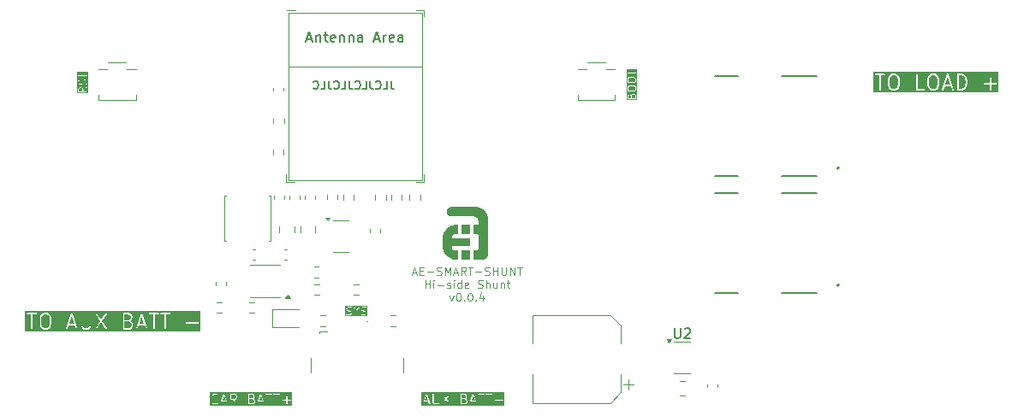
<source format=gbr>
%TF.GenerationSoftware,KiCad,Pcbnew,9.0.4*%
%TF.CreationDate,2025-09-10T21:24:44+08:00*%
%TF.ProjectId,smart_shunt_v0.0.1,736d6172-745f-4736-9875-6e745f76302e,v0.0.4*%
%TF.SameCoordinates,Original*%
%TF.FileFunction,Legend,Top*%
%TF.FilePolarity,Positive*%
%FSLAX46Y46*%
G04 Gerber Fmt 4.6, Leading zero omitted, Abs format (unit mm)*
G04 Created by KiCad (PCBNEW 9.0.4) date 2025-09-10 21:24:44*
%MOMM*%
%LPD*%
G01*
G04 APERTURE LIST*
%ADD10C,0.150000*%
%ADD11C,0.080000*%
%ADD12C,0.100000*%
%ADD13C,0.090000*%
%ADD14C,0.200000*%
%ADD15C,0.127000*%
%ADD16C,0.120000*%
%ADD17C,0.000000*%
G04 APERTURE END LIST*
D10*
X146991079Y-68665603D02*
X146991079Y-69237031D01*
X146991079Y-69237031D02*
X147029174Y-69351317D01*
X147029174Y-69351317D02*
X147105365Y-69427508D01*
X147105365Y-69427508D02*
X147219650Y-69465603D01*
X147219650Y-69465603D02*
X147295841Y-69465603D01*
X146229174Y-69465603D02*
X146610126Y-69465603D01*
X146610126Y-69465603D02*
X146610126Y-68665603D01*
X145505364Y-69389412D02*
X145543460Y-69427508D01*
X145543460Y-69427508D02*
X145657745Y-69465603D01*
X145657745Y-69465603D02*
X145733936Y-69465603D01*
X145733936Y-69465603D02*
X145848222Y-69427508D01*
X145848222Y-69427508D02*
X145924412Y-69351317D01*
X145924412Y-69351317D02*
X145962507Y-69275127D01*
X145962507Y-69275127D02*
X146000603Y-69122746D01*
X146000603Y-69122746D02*
X146000603Y-69008460D01*
X146000603Y-69008460D02*
X145962507Y-68856079D01*
X145962507Y-68856079D02*
X145924412Y-68779888D01*
X145924412Y-68779888D02*
X145848222Y-68703698D01*
X145848222Y-68703698D02*
X145733936Y-68665603D01*
X145733936Y-68665603D02*
X145657745Y-68665603D01*
X145657745Y-68665603D02*
X145543460Y-68703698D01*
X145543460Y-68703698D02*
X145505364Y-68741793D01*
X144933936Y-68665603D02*
X144933936Y-69237031D01*
X144933936Y-69237031D02*
X144972031Y-69351317D01*
X144972031Y-69351317D02*
X145048222Y-69427508D01*
X145048222Y-69427508D02*
X145162507Y-69465603D01*
X145162507Y-69465603D02*
X145238698Y-69465603D01*
X144172031Y-69465603D02*
X144552983Y-69465603D01*
X144552983Y-69465603D02*
X144552983Y-68665603D01*
X143448221Y-69389412D02*
X143486317Y-69427508D01*
X143486317Y-69427508D02*
X143600602Y-69465603D01*
X143600602Y-69465603D02*
X143676793Y-69465603D01*
X143676793Y-69465603D02*
X143791079Y-69427508D01*
X143791079Y-69427508D02*
X143867269Y-69351317D01*
X143867269Y-69351317D02*
X143905364Y-69275127D01*
X143905364Y-69275127D02*
X143943460Y-69122746D01*
X143943460Y-69122746D02*
X143943460Y-69008460D01*
X143943460Y-69008460D02*
X143905364Y-68856079D01*
X143905364Y-68856079D02*
X143867269Y-68779888D01*
X143867269Y-68779888D02*
X143791079Y-68703698D01*
X143791079Y-68703698D02*
X143676793Y-68665603D01*
X143676793Y-68665603D02*
X143600602Y-68665603D01*
X143600602Y-68665603D02*
X143486317Y-68703698D01*
X143486317Y-68703698D02*
X143448221Y-68741793D01*
X142876793Y-68665603D02*
X142876793Y-69237031D01*
X142876793Y-69237031D02*
X142914888Y-69351317D01*
X142914888Y-69351317D02*
X142991079Y-69427508D01*
X142991079Y-69427508D02*
X143105364Y-69465603D01*
X143105364Y-69465603D02*
X143181555Y-69465603D01*
X142114888Y-69465603D02*
X142495840Y-69465603D01*
X142495840Y-69465603D02*
X142495840Y-68665603D01*
X141391078Y-69389412D02*
X141429174Y-69427508D01*
X141429174Y-69427508D02*
X141543459Y-69465603D01*
X141543459Y-69465603D02*
X141619650Y-69465603D01*
X141619650Y-69465603D02*
X141733936Y-69427508D01*
X141733936Y-69427508D02*
X141810126Y-69351317D01*
X141810126Y-69351317D02*
X141848221Y-69275127D01*
X141848221Y-69275127D02*
X141886317Y-69122746D01*
X141886317Y-69122746D02*
X141886317Y-69008460D01*
X141886317Y-69008460D02*
X141848221Y-68856079D01*
X141848221Y-68856079D02*
X141810126Y-68779888D01*
X141810126Y-68779888D02*
X141733936Y-68703698D01*
X141733936Y-68703698D02*
X141619650Y-68665603D01*
X141619650Y-68665603D02*
X141543459Y-68665603D01*
X141543459Y-68665603D02*
X141429174Y-68703698D01*
X141429174Y-68703698D02*
X141391078Y-68741793D01*
X140819650Y-68665603D02*
X140819650Y-69237031D01*
X140819650Y-69237031D02*
X140857745Y-69351317D01*
X140857745Y-69351317D02*
X140933936Y-69427508D01*
X140933936Y-69427508D02*
X141048221Y-69465603D01*
X141048221Y-69465603D02*
X141124412Y-69465603D01*
X140057745Y-69465603D02*
X140438697Y-69465603D01*
X140438697Y-69465603D02*
X140438697Y-68665603D01*
X139333935Y-69389412D02*
X139372031Y-69427508D01*
X139372031Y-69427508D02*
X139486316Y-69465603D01*
X139486316Y-69465603D02*
X139562507Y-69465603D01*
X139562507Y-69465603D02*
X139676793Y-69427508D01*
X139676793Y-69427508D02*
X139752983Y-69351317D01*
X139752983Y-69351317D02*
X139791078Y-69275127D01*
X139791078Y-69275127D02*
X139829174Y-69122746D01*
X139829174Y-69122746D02*
X139829174Y-69008460D01*
X139829174Y-69008460D02*
X139791078Y-68856079D01*
X139791078Y-68856079D02*
X139752983Y-68779888D01*
X139752983Y-68779888D02*
X139676793Y-68703698D01*
X139676793Y-68703698D02*
X139562507Y-68665603D01*
X139562507Y-68665603D02*
X139486316Y-68665603D01*
X139486316Y-68665603D02*
X139372031Y-68703698D01*
X139372031Y-68703698D02*
X139333935Y-68741793D01*
G36*
X113091286Y-91841695D02*
G01*
X113210848Y-91961257D01*
X113275000Y-92217862D01*
X113275000Y-92699393D01*
X113210848Y-92955998D01*
X113091286Y-93075560D01*
X112975152Y-93133628D01*
X112724848Y-93133628D01*
X112608712Y-93075560D01*
X112489150Y-92955998D01*
X112425000Y-92699394D01*
X112425000Y-92217861D01*
X112489150Y-91961257D01*
X112608712Y-91841695D01*
X112724848Y-91783628D01*
X112975152Y-91783628D01*
X113091286Y-91841695D01*
G37*
G36*
X121238057Y-92559894D02*
G01*
X121288360Y-92610197D01*
X121346428Y-92726332D01*
X121346428Y-92905209D01*
X121288360Y-93021344D01*
X121234144Y-93075560D01*
X121118009Y-93133628D01*
X120639285Y-93133628D01*
X120639285Y-92497914D01*
X121052115Y-92497914D01*
X121238057Y-92559894D01*
G37*
G36*
X121162716Y-91841696D02*
G01*
X121216932Y-91895912D01*
X121275000Y-92012047D01*
X121275000Y-92119494D01*
X121216932Y-92235629D01*
X121162716Y-92289846D01*
X121046580Y-92347914D01*
X120639285Y-92347914D01*
X120639285Y-91783628D01*
X121046580Y-91783628D01*
X121162716Y-91841696D01*
G37*
G36*
X115674515Y-92705057D02*
G01*
X115168343Y-92705057D01*
X115421429Y-91945798D01*
X115674515Y-92705057D01*
G37*
G36*
X122603086Y-92705057D02*
G01*
X122096914Y-92705057D01*
X122350000Y-91945798D01*
X122603086Y-92705057D01*
G37*
G36*
X128161654Y-93450295D02*
G01*
X110824060Y-93450295D01*
X110824060Y-91693996D01*
X110990727Y-91693996D01*
X110990727Y-91723260D01*
X111001926Y-91750296D01*
X111022618Y-91770988D01*
X111049654Y-91782187D01*
X111064286Y-91783628D01*
X111417857Y-91783628D01*
X111417857Y-93208628D01*
X111419298Y-93223260D01*
X111430497Y-93250296D01*
X111451189Y-93270988D01*
X111478225Y-93282187D01*
X111507489Y-93282187D01*
X111534525Y-93270988D01*
X111555217Y-93250296D01*
X111566416Y-93223260D01*
X111567857Y-93208628D01*
X111567857Y-92208628D01*
X112275000Y-92208628D01*
X112275000Y-92708628D01*
X112275251Y-92711181D01*
X112275089Y-92712273D01*
X112275897Y-92717745D01*
X112276441Y-92723260D01*
X112276864Y-92724281D01*
X112277239Y-92726818D01*
X112348667Y-93012532D01*
X112353614Y-93026378D01*
X112356934Y-93030859D01*
X112359068Y-93036010D01*
X112368395Y-93047375D01*
X112511253Y-93190233D01*
X112517002Y-93194951D01*
X112518302Y-93196450D01*
X112520560Y-93197871D01*
X112522619Y-93199561D01*
X112524448Y-93200318D01*
X112530745Y-93204282D01*
X112673602Y-93275710D01*
X112687334Y-93280965D01*
X112690021Y-93281155D01*
X112692511Y-93282187D01*
X112707143Y-93283628D01*
X112992857Y-93283628D01*
X113007489Y-93282187D01*
X113009978Y-93281155D01*
X113012666Y-93280965D01*
X113026398Y-93275710D01*
X113169255Y-93204282D01*
X113175554Y-93200317D01*
X113177382Y-93199560D01*
X113177762Y-93199248D01*
X114847018Y-93199248D01*
X114849093Y-93228438D01*
X114862179Y-93254611D01*
X114884286Y-93273785D01*
X114912049Y-93283039D01*
X114941239Y-93280964D01*
X114967412Y-93267878D01*
X114986586Y-93245771D01*
X114992580Y-93232345D01*
X115118343Y-92855057D01*
X115724515Y-92855057D01*
X115850278Y-93232345D01*
X115856272Y-93245771D01*
X115875446Y-93267878D01*
X115901619Y-93280965D01*
X115930809Y-93283039D01*
X115958572Y-93273785D01*
X115980679Y-93254611D01*
X115993766Y-93228438D01*
X115995840Y-93199248D01*
X115992580Y-93184911D01*
X115500486Y-91708628D01*
X116346428Y-91708628D01*
X116346428Y-92922914D01*
X116347869Y-92937546D01*
X116348899Y-92940034D01*
X116349091Y-92942724D01*
X116354346Y-92956455D01*
X116425775Y-93099312D01*
X116429739Y-93105611D01*
X116430497Y-93107439D01*
X116432185Y-93109495D01*
X116433607Y-93111755D01*
X116435105Y-93113054D01*
X116439824Y-93118804D01*
X116511253Y-93190233D01*
X116517003Y-93194953D01*
X116518302Y-93196450D01*
X116520556Y-93197869D01*
X116522618Y-93199561D01*
X116524450Y-93200319D01*
X116530745Y-93204282D01*
X116673602Y-93275710D01*
X116687334Y-93280965D01*
X116690021Y-93281155D01*
X116692511Y-93282187D01*
X116707143Y-93283628D01*
X116992857Y-93283628D01*
X117007489Y-93282187D01*
X117009978Y-93281155D01*
X117012666Y-93280965D01*
X117026398Y-93275710D01*
X117169255Y-93204282D01*
X117175554Y-93200317D01*
X117177382Y-93199560D01*
X117179438Y-93197871D01*
X117181698Y-93196450D01*
X117182997Y-93194951D01*
X117188747Y-93190233D01*
X117260176Y-93118804D01*
X117264896Y-93113053D01*
X117266393Y-93111755D01*
X117267812Y-93109500D01*
X117269504Y-93107439D01*
X117270262Y-93105606D01*
X117274225Y-93099312D01*
X117345653Y-92956455D01*
X117350908Y-92942723D01*
X117351098Y-92940035D01*
X117352130Y-92937546D01*
X117353571Y-92922914D01*
X117353571Y-91708628D01*
X117353563Y-91708549D01*
X117775000Y-91708549D01*
X117780679Y-91737257D01*
X117787596Y-91750231D01*
X118259860Y-92458628D01*
X117787596Y-93167025D01*
X117780679Y-93179999D01*
X117775000Y-93208707D01*
X117780739Y-93237401D01*
X117797022Y-93261716D01*
X117821371Y-93277949D01*
X117850079Y-93283628D01*
X117878773Y-93277889D01*
X117903088Y-93261606D01*
X117912404Y-93250231D01*
X118349999Y-92593836D01*
X118787596Y-93250231D01*
X118796912Y-93261606D01*
X118821227Y-93277889D01*
X118849921Y-93283628D01*
X118878629Y-93277949D01*
X118902978Y-93261717D01*
X118919261Y-93237402D01*
X118925000Y-93208707D01*
X118919321Y-93180000D01*
X118912404Y-93167026D01*
X118440138Y-92458628D01*
X118912404Y-91750230D01*
X118919321Y-91737256D01*
X118924984Y-91708628D01*
X120489285Y-91708628D01*
X120489285Y-93208628D01*
X120490726Y-93223260D01*
X120501925Y-93250296D01*
X120522617Y-93270988D01*
X120549653Y-93282187D01*
X120564285Y-93283628D01*
X121135714Y-93283628D01*
X121150346Y-93282187D01*
X121152835Y-93281155D01*
X121155523Y-93280965D01*
X121169255Y-93275710D01*
X121312112Y-93204282D01*
X121318411Y-93200317D01*
X121320239Y-93199560D01*
X121320619Y-93199248D01*
X121775589Y-93199248D01*
X121777664Y-93228438D01*
X121790750Y-93254611D01*
X121812857Y-93273785D01*
X121840620Y-93283039D01*
X121869810Y-93280964D01*
X121895983Y-93267878D01*
X121915157Y-93245771D01*
X121921151Y-93232345D01*
X122046914Y-92855057D01*
X122653086Y-92855057D01*
X122778849Y-93232345D01*
X122784843Y-93245771D01*
X122804017Y-93267878D01*
X122830190Y-93280965D01*
X122859380Y-93283039D01*
X122887143Y-93273785D01*
X122909250Y-93254611D01*
X122922337Y-93228438D01*
X122924411Y-93199248D01*
X122921151Y-93184911D01*
X122424179Y-91693996D01*
X123062155Y-91693996D01*
X123062155Y-91723260D01*
X123073354Y-91750296D01*
X123094046Y-91770988D01*
X123121082Y-91782187D01*
X123135714Y-91783628D01*
X123489285Y-91783628D01*
X123489285Y-93208628D01*
X123490726Y-93223260D01*
X123501925Y-93250296D01*
X123522617Y-93270988D01*
X123549653Y-93282187D01*
X123578917Y-93282187D01*
X123605953Y-93270988D01*
X123626645Y-93250296D01*
X123637844Y-93223260D01*
X123639285Y-93208628D01*
X123639285Y-91783628D01*
X123992857Y-91783628D01*
X124007489Y-91782187D01*
X124034525Y-91770988D01*
X124055217Y-91750296D01*
X124066416Y-91723260D01*
X124066416Y-91693996D01*
X124205012Y-91693996D01*
X124205012Y-91723260D01*
X124216211Y-91750296D01*
X124236903Y-91770988D01*
X124263939Y-91782187D01*
X124278571Y-91783628D01*
X124632142Y-91783628D01*
X124632142Y-93208628D01*
X124633583Y-93223260D01*
X124644782Y-93250296D01*
X124665474Y-93270988D01*
X124692510Y-93282187D01*
X124721774Y-93282187D01*
X124748810Y-93270988D01*
X124769502Y-93250296D01*
X124780701Y-93223260D01*
X124782142Y-93208628D01*
X124782142Y-92622568D01*
X126705011Y-92622568D01*
X126705011Y-92651832D01*
X126716210Y-92678868D01*
X126736902Y-92699560D01*
X126763938Y-92710759D01*
X126778570Y-92712200D01*
X127274999Y-92712200D01*
X127274999Y-93208628D01*
X127276440Y-93223260D01*
X127287639Y-93250296D01*
X127308331Y-93270988D01*
X127335367Y-93282187D01*
X127364631Y-93282187D01*
X127391667Y-93270988D01*
X127412359Y-93250296D01*
X127423558Y-93223260D01*
X127424999Y-93208628D01*
X127424999Y-92712200D01*
X127921428Y-92712200D01*
X127936060Y-92710759D01*
X127963096Y-92699560D01*
X127983788Y-92678868D01*
X127994987Y-92651832D01*
X127994987Y-92622568D01*
X127983788Y-92595532D01*
X127963096Y-92574840D01*
X127936060Y-92563641D01*
X127921428Y-92562200D01*
X127424999Y-92562200D01*
X127424999Y-92065771D01*
X127423558Y-92051139D01*
X127412359Y-92024103D01*
X127391667Y-92003411D01*
X127364631Y-91992212D01*
X127335367Y-91992212D01*
X127308331Y-92003411D01*
X127287639Y-92024103D01*
X127276440Y-92051139D01*
X127274999Y-92065771D01*
X127274999Y-92562200D01*
X126778570Y-92562200D01*
X126763938Y-92563641D01*
X126736902Y-92574840D01*
X126716210Y-92595532D01*
X126705011Y-92622568D01*
X124782142Y-92622568D01*
X124782142Y-91783628D01*
X125135714Y-91783628D01*
X125150346Y-91782187D01*
X125177382Y-91770988D01*
X125198074Y-91750296D01*
X125209273Y-91723260D01*
X125209273Y-91693996D01*
X125198074Y-91666960D01*
X125177382Y-91646268D01*
X125150346Y-91635069D01*
X125135714Y-91633628D01*
X124278571Y-91633628D01*
X124263939Y-91635069D01*
X124236903Y-91646268D01*
X124216211Y-91666960D01*
X124205012Y-91693996D01*
X124066416Y-91693996D01*
X124055217Y-91666960D01*
X124034525Y-91646268D01*
X124007489Y-91635069D01*
X123992857Y-91633628D01*
X123135714Y-91633628D01*
X123121082Y-91635069D01*
X123094046Y-91646268D01*
X123073354Y-91666960D01*
X123062155Y-91693996D01*
X122424179Y-91693996D01*
X122421151Y-91684911D01*
X122415157Y-91671485D01*
X122411646Y-91667437D01*
X122409250Y-91662645D01*
X122402145Y-91656482D01*
X122395983Y-91649378D01*
X122391191Y-91646982D01*
X122387143Y-91643471D01*
X122378219Y-91640496D01*
X122369810Y-91636292D01*
X122364465Y-91635912D01*
X122359380Y-91634217D01*
X122349997Y-91634883D01*
X122340620Y-91634217D01*
X122335537Y-91635911D01*
X122330190Y-91636291D01*
X122321776Y-91640497D01*
X122312857Y-91643471D01*
X122308809Y-91646981D01*
X122304017Y-91649378D01*
X122297854Y-91656482D01*
X122290750Y-91662645D01*
X122288354Y-91667436D01*
X122284843Y-91671485D01*
X122278849Y-91684911D01*
X121778849Y-93184911D01*
X121775589Y-93199248D01*
X121320619Y-93199248D01*
X121322295Y-93197871D01*
X121324555Y-93196450D01*
X121325854Y-93194951D01*
X121331604Y-93190233D01*
X121403033Y-93118804D01*
X121407753Y-93113053D01*
X121409250Y-93111755D01*
X121410669Y-93109500D01*
X121412361Y-93107439D01*
X121413119Y-93105606D01*
X121417082Y-93099312D01*
X121488510Y-92956455D01*
X121493765Y-92942723D01*
X121493955Y-92940035D01*
X121494987Y-92937546D01*
X121496428Y-92922914D01*
X121496428Y-92708628D01*
X121494987Y-92693996D01*
X121493955Y-92691506D01*
X121493765Y-92688819D01*
X121488510Y-92675087D01*
X121417082Y-92532230D01*
X121413119Y-92525935D01*
X121412361Y-92524103D01*
X121410669Y-92522041D01*
X121409250Y-92519787D01*
X121407753Y-92518488D01*
X121403033Y-92512738D01*
X121331604Y-92441309D01*
X121320239Y-92431982D01*
X121317748Y-92430950D01*
X121315713Y-92429185D01*
X121302288Y-92423191D01*
X121256158Y-92407814D01*
X121260176Y-92404518D01*
X121331604Y-92333090D01*
X121336324Y-92327337D01*
X121337820Y-92326041D01*
X121339239Y-92323786D01*
X121340931Y-92321725D01*
X121341689Y-92319894D01*
X121345653Y-92313598D01*
X121417082Y-92170741D01*
X121422337Y-92157010D01*
X121422528Y-92154320D01*
X121423559Y-92151832D01*
X121425000Y-92137200D01*
X121425000Y-91994342D01*
X121423559Y-91979710D01*
X121422528Y-91977221D01*
X121422337Y-91974532D01*
X121417082Y-91960801D01*
X121345653Y-91817944D01*
X121341689Y-91811647D01*
X121340931Y-91809817D01*
X121339239Y-91807755D01*
X121337820Y-91805501D01*
X121336324Y-91804204D01*
X121331604Y-91798452D01*
X121260176Y-91727024D01*
X121254426Y-91722305D01*
X121253127Y-91720807D01*
X121250867Y-91719385D01*
X121248811Y-91717697D01*
X121246983Y-91716939D01*
X121240684Y-91712975D01*
X121097826Y-91641546D01*
X121084094Y-91636291D01*
X121081406Y-91636100D01*
X121078917Y-91635069D01*
X121064285Y-91633628D01*
X120564285Y-91633628D01*
X120549653Y-91635069D01*
X120522617Y-91646268D01*
X120501925Y-91666960D01*
X120490726Y-91693996D01*
X120489285Y-91708628D01*
X118924984Y-91708628D01*
X118925000Y-91708549D01*
X118919261Y-91679854D01*
X118902978Y-91655539D01*
X118878629Y-91639307D01*
X118849921Y-91633628D01*
X118821227Y-91639367D01*
X118796912Y-91655650D01*
X118787596Y-91667025D01*
X118349999Y-92323419D01*
X117912404Y-91667025D01*
X117903088Y-91655650D01*
X117878773Y-91639367D01*
X117850079Y-91633628D01*
X117821371Y-91639307D01*
X117797022Y-91655540D01*
X117780739Y-91679855D01*
X117775000Y-91708549D01*
X117353563Y-91708549D01*
X117352130Y-91693996D01*
X117340931Y-91666960D01*
X117320239Y-91646268D01*
X117293203Y-91635069D01*
X117263939Y-91635069D01*
X117236903Y-91646268D01*
X117216211Y-91666960D01*
X117205012Y-91693996D01*
X117203571Y-91708628D01*
X117203571Y-92905209D01*
X117145503Y-93021344D01*
X117091287Y-93075560D01*
X116975152Y-93133628D01*
X116724848Y-93133628D01*
X116608712Y-93075560D01*
X116554495Y-93021343D01*
X116496428Y-92905208D01*
X116496428Y-91708628D01*
X116494987Y-91693996D01*
X116483788Y-91666960D01*
X116463096Y-91646268D01*
X116436060Y-91635069D01*
X116406796Y-91635069D01*
X116379760Y-91646268D01*
X116359068Y-91666960D01*
X116347869Y-91693996D01*
X116346428Y-91708628D01*
X115500486Y-91708628D01*
X115492580Y-91684911D01*
X115486586Y-91671485D01*
X115483075Y-91667437D01*
X115480679Y-91662645D01*
X115473574Y-91656482D01*
X115467412Y-91649378D01*
X115462620Y-91646982D01*
X115458572Y-91643471D01*
X115449648Y-91640496D01*
X115441239Y-91636292D01*
X115435894Y-91635912D01*
X115430809Y-91634217D01*
X115421426Y-91634883D01*
X115412049Y-91634217D01*
X115406966Y-91635911D01*
X115401619Y-91636291D01*
X115393205Y-91640497D01*
X115384286Y-91643471D01*
X115380238Y-91646981D01*
X115375446Y-91649378D01*
X115369283Y-91656482D01*
X115362179Y-91662645D01*
X115359783Y-91667436D01*
X115356272Y-91671485D01*
X115350278Y-91684911D01*
X114850278Y-93184911D01*
X114847018Y-93199248D01*
X113177762Y-93199248D01*
X113179438Y-93197871D01*
X113181698Y-93196450D01*
X113182997Y-93194951D01*
X113188747Y-93190233D01*
X113331604Y-93047375D01*
X113340932Y-93036009D01*
X113343065Y-93030858D01*
X113346385Y-93026378D01*
X113351332Y-93012532D01*
X113422761Y-92726819D01*
X113423136Y-92724280D01*
X113423559Y-92723260D01*
X113424101Y-92717748D01*
X113424911Y-92712274D01*
X113424748Y-92711181D01*
X113425000Y-92708628D01*
X113425000Y-92208628D01*
X113424748Y-92206074D01*
X113424911Y-92204982D01*
X113424101Y-92199507D01*
X113423559Y-92193996D01*
X113423136Y-92192975D01*
X113422761Y-92190437D01*
X113351332Y-91904724D01*
X113346385Y-91890878D01*
X113343064Y-91886396D01*
X113340931Y-91881246D01*
X113331604Y-91869881D01*
X113188747Y-91727024D01*
X113182997Y-91722305D01*
X113181698Y-91720807D01*
X113179438Y-91719385D01*
X113177382Y-91717697D01*
X113175554Y-91716939D01*
X113169255Y-91712975D01*
X113026398Y-91641546D01*
X113012667Y-91636291D01*
X113009977Y-91636099D01*
X113007489Y-91635069D01*
X112992857Y-91633628D01*
X112707143Y-91633628D01*
X112692511Y-91635069D01*
X112690022Y-91636099D01*
X112687333Y-91636291D01*
X112673602Y-91641546D01*
X112530745Y-91712975D01*
X112524450Y-91716937D01*
X112522619Y-91717696D01*
X112520556Y-91719389D01*
X112518302Y-91720808D01*
X112517005Y-91722303D01*
X112511253Y-91727024D01*
X112368395Y-91869881D01*
X112359068Y-91881246D01*
X112356934Y-91886397D01*
X112353614Y-91890878D01*
X112348667Y-91904724D01*
X112277239Y-92190438D01*
X112276864Y-92192974D01*
X112276441Y-92193996D01*
X112275897Y-92199510D01*
X112275089Y-92204983D01*
X112275251Y-92206074D01*
X112275000Y-92208628D01*
X111567857Y-92208628D01*
X111567857Y-91783628D01*
X111921429Y-91783628D01*
X111936061Y-91782187D01*
X111963097Y-91770988D01*
X111983789Y-91750296D01*
X111994988Y-91723260D01*
X111994988Y-91693996D01*
X111983789Y-91666960D01*
X111963097Y-91646268D01*
X111936061Y-91635069D01*
X111921429Y-91633628D01*
X111064286Y-91633628D01*
X111049654Y-91635069D01*
X111022618Y-91646268D01*
X111001926Y-91666960D01*
X110990727Y-91693996D01*
X110824060Y-91693996D01*
X110824060Y-91466961D01*
X128161654Y-91466961D01*
X128161654Y-93450295D01*
G37*
D11*
G36*
X116425908Y-69380372D02*
G01*
X116454822Y-69409287D01*
X116485792Y-69471226D01*
X116485792Y-69726545D01*
X116146745Y-69726545D01*
X116146745Y-69471226D01*
X116177714Y-69409286D01*
X116206629Y-69380371D01*
X116268568Y-69349402D01*
X116363968Y-69349402D01*
X116425908Y-69380372D01*
G37*
G36*
X117035634Y-69895434D02*
G01*
X115977856Y-69895434D01*
X115977856Y-69461783D01*
X116066745Y-69461783D01*
X116066745Y-69766545D01*
X116069790Y-69781852D01*
X116091438Y-69803500D01*
X116106745Y-69806545D01*
X116906745Y-69806545D01*
X116922052Y-69803500D01*
X116943700Y-69781852D01*
X116943700Y-69751238D01*
X116922052Y-69729590D01*
X116906745Y-69726545D01*
X116565792Y-69726545D01*
X116565792Y-69596894D01*
X116929683Y-69342171D01*
X116940477Y-69330899D01*
X116945797Y-69300750D01*
X116928241Y-69275670D01*
X116898092Y-69270349D01*
X116883806Y-69276633D01*
X116565792Y-69499243D01*
X116565792Y-69461783D01*
X116565400Y-69459817D01*
X116565691Y-69458947D01*
X116563997Y-69452763D01*
X116562747Y-69446476D01*
X116562098Y-69445827D01*
X116561569Y-69443894D01*
X116523474Y-69367704D01*
X116519541Y-69362637D01*
X116515981Y-69357308D01*
X116477886Y-69319214D01*
X116472555Y-69315652D01*
X116467490Y-69311721D01*
X116391300Y-69273625D01*
X116389366Y-69273095D01*
X116388718Y-69272447D01*
X116382430Y-69271196D01*
X116376247Y-69269503D01*
X116375376Y-69269793D01*
X116373411Y-69269402D01*
X116259126Y-69269402D01*
X116257160Y-69269793D01*
X116256290Y-69269503D01*
X116250106Y-69271196D01*
X116243819Y-69272447D01*
X116243170Y-69273095D01*
X116241237Y-69273625D01*
X116165046Y-69311721D01*
X116159979Y-69315653D01*
X116154650Y-69319214D01*
X116116556Y-69357309D01*
X116112997Y-69362634D01*
X116109063Y-69367704D01*
X116070968Y-69443894D01*
X116070438Y-69445827D01*
X116069790Y-69446476D01*
X116068539Y-69452763D01*
X116066846Y-69458947D01*
X116067136Y-69459817D01*
X116066745Y-69461783D01*
X115977856Y-69461783D01*
X115977856Y-68661783D01*
X116066745Y-68661783D01*
X116066745Y-68852260D01*
X116067136Y-68854225D01*
X116066846Y-68855096D01*
X116068539Y-68861279D01*
X116069790Y-68867567D01*
X116070438Y-68868215D01*
X116070968Y-68870149D01*
X116109063Y-68946339D01*
X116112997Y-68951408D01*
X116116556Y-68956734D01*
X116154650Y-68994829D01*
X116159979Y-68998389D01*
X116165046Y-69002322D01*
X116241237Y-69040418D01*
X116243170Y-69040947D01*
X116243819Y-69041596D01*
X116250106Y-69042846D01*
X116256290Y-69044540D01*
X116257160Y-69044249D01*
X116259126Y-69044641D01*
X116335316Y-69044641D01*
X116337281Y-69044249D01*
X116338152Y-69044540D01*
X116344335Y-69042846D01*
X116350623Y-69041596D01*
X116351271Y-69040947D01*
X116353205Y-69040418D01*
X116429395Y-69002322D01*
X116434460Y-68998390D01*
X116439791Y-68994829D01*
X116477886Y-68956735D01*
X116481446Y-68951405D01*
X116485379Y-68946339D01*
X116523474Y-68870149D01*
X116524631Y-68865922D01*
X116526503Y-68861961D01*
X116563532Y-68713840D01*
X116596762Y-68647381D01*
X116625677Y-68618467D01*
X116687616Y-68587498D01*
X116744921Y-68587498D01*
X116806859Y-68618467D01*
X116835777Y-68647384D01*
X116866745Y-68709320D01*
X116866745Y-68883865D01*
X116830703Y-68991992D01*
X116828751Y-69007476D01*
X116842442Y-69034859D01*
X116871485Y-69044540D01*
X116898868Y-69030849D01*
X116906597Y-69017290D01*
X116944692Y-68903004D01*
X116945493Y-68896646D01*
X116946745Y-68890355D01*
X116946745Y-68699879D01*
X116946354Y-68697913D01*
X116946644Y-68697044D01*
X116944951Y-68690863D01*
X116943700Y-68684572D01*
X116943051Y-68683923D01*
X116942522Y-68681991D01*
X116904427Y-68605800D01*
X116900497Y-68600736D01*
X116896934Y-68595403D01*
X116858838Y-68557308D01*
X116853506Y-68553746D01*
X116848443Y-68549816D01*
X116772253Y-68511721D01*
X116770319Y-68511191D01*
X116769671Y-68510543D01*
X116763383Y-68509292D01*
X116757200Y-68507599D01*
X116756329Y-68507889D01*
X116754364Y-68507498D01*
X116678173Y-68507498D01*
X116676207Y-68507889D01*
X116675337Y-68507599D01*
X116669153Y-68509292D01*
X116662866Y-68510543D01*
X116662217Y-68511191D01*
X116660284Y-68511721D01*
X116584094Y-68549816D01*
X116579027Y-68553748D01*
X116573698Y-68557309D01*
X116535604Y-68595404D01*
X116532042Y-68600734D01*
X116528111Y-68605800D01*
X116490015Y-68681990D01*
X116488858Y-68686214D01*
X116486986Y-68690177D01*
X116449955Y-68838299D01*
X116416727Y-68904755D01*
X116387813Y-68933670D01*
X116325873Y-68964641D01*
X116268568Y-68964641D01*
X116206629Y-68933671D01*
X116177714Y-68904756D01*
X116146745Y-68842817D01*
X116146745Y-68668273D01*
X116182787Y-68560147D01*
X116184739Y-68544663D01*
X116171048Y-68517280D01*
X116142005Y-68507599D01*
X116114622Y-68521290D01*
X116106893Y-68534849D01*
X116068798Y-68649134D01*
X116067996Y-68655491D01*
X116066745Y-68661783D01*
X115977856Y-68661783D01*
X115977856Y-67861783D01*
X116066745Y-67861783D01*
X116066745Y-68318926D01*
X116069790Y-68334233D01*
X116091438Y-68355881D01*
X116122052Y-68355881D01*
X116143700Y-68334233D01*
X116146745Y-68318926D01*
X116146745Y-68130355D01*
X116906745Y-68130355D01*
X116922052Y-68127310D01*
X116943700Y-68105662D01*
X116943700Y-68075048D01*
X116922052Y-68053400D01*
X116906745Y-68050355D01*
X116146745Y-68050355D01*
X116146745Y-67861783D01*
X116143700Y-67846476D01*
X116122052Y-67824828D01*
X116091438Y-67824828D01*
X116069790Y-67846476D01*
X116066745Y-67861783D01*
X115977856Y-67861783D01*
X115977856Y-67735939D01*
X117035634Y-67735939D01*
X117035634Y-69895434D01*
G37*
X149137382Y-87664762D02*
X149518335Y-87664762D01*
X149061192Y-87893334D02*
X149327859Y-87093334D01*
X149327859Y-87093334D02*
X149594525Y-87893334D01*
X149861192Y-87474286D02*
X150127858Y-87474286D01*
X150242144Y-87893334D02*
X149861192Y-87893334D01*
X149861192Y-87893334D02*
X149861192Y-87093334D01*
X149861192Y-87093334D02*
X150242144Y-87093334D01*
X150585002Y-87588572D02*
X151194526Y-87588572D01*
X151537382Y-87855239D02*
X151651668Y-87893334D01*
X151651668Y-87893334D02*
X151842144Y-87893334D01*
X151842144Y-87893334D02*
X151918335Y-87855239D01*
X151918335Y-87855239D02*
X151956430Y-87817143D01*
X151956430Y-87817143D02*
X151994525Y-87740953D01*
X151994525Y-87740953D02*
X151994525Y-87664762D01*
X151994525Y-87664762D02*
X151956430Y-87588572D01*
X151956430Y-87588572D02*
X151918335Y-87550477D01*
X151918335Y-87550477D02*
X151842144Y-87512381D01*
X151842144Y-87512381D02*
X151689763Y-87474286D01*
X151689763Y-87474286D02*
X151613573Y-87436191D01*
X151613573Y-87436191D02*
X151575478Y-87398096D01*
X151575478Y-87398096D02*
X151537382Y-87321905D01*
X151537382Y-87321905D02*
X151537382Y-87245715D01*
X151537382Y-87245715D02*
X151575478Y-87169524D01*
X151575478Y-87169524D02*
X151613573Y-87131429D01*
X151613573Y-87131429D02*
X151689763Y-87093334D01*
X151689763Y-87093334D02*
X151880240Y-87093334D01*
X151880240Y-87093334D02*
X151994525Y-87131429D01*
X152337383Y-87893334D02*
X152337383Y-87093334D01*
X152337383Y-87093334D02*
X152604049Y-87664762D01*
X152604049Y-87664762D02*
X152870716Y-87093334D01*
X152870716Y-87093334D02*
X152870716Y-87893334D01*
X153213573Y-87664762D02*
X153594526Y-87664762D01*
X153137383Y-87893334D02*
X153404050Y-87093334D01*
X153404050Y-87093334D02*
X153670716Y-87893334D01*
X154394526Y-87893334D02*
X154127859Y-87512381D01*
X153937383Y-87893334D02*
X153937383Y-87093334D01*
X153937383Y-87093334D02*
X154242145Y-87093334D01*
X154242145Y-87093334D02*
X154318335Y-87131429D01*
X154318335Y-87131429D02*
X154356430Y-87169524D01*
X154356430Y-87169524D02*
X154394526Y-87245715D01*
X154394526Y-87245715D02*
X154394526Y-87360000D01*
X154394526Y-87360000D02*
X154356430Y-87436191D01*
X154356430Y-87436191D02*
X154318335Y-87474286D01*
X154318335Y-87474286D02*
X154242145Y-87512381D01*
X154242145Y-87512381D02*
X153937383Y-87512381D01*
X154623097Y-87093334D02*
X155080240Y-87093334D01*
X154851668Y-87893334D02*
X154851668Y-87093334D01*
X155346907Y-87588572D02*
X155956431Y-87588572D01*
X156299287Y-87855239D02*
X156413573Y-87893334D01*
X156413573Y-87893334D02*
X156604049Y-87893334D01*
X156604049Y-87893334D02*
X156680240Y-87855239D01*
X156680240Y-87855239D02*
X156718335Y-87817143D01*
X156718335Y-87817143D02*
X156756430Y-87740953D01*
X156756430Y-87740953D02*
X156756430Y-87664762D01*
X156756430Y-87664762D02*
X156718335Y-87588572D01*
X156718335Y-87588572D02*
X156680240Y-87550477D01*
X156680240Y-87550477D02*
X156604049Y-87512381D01*
X156604049Y-87512381D02*
X156451668Y-87474286D01*
X156451668Y-87474286D02*
X156375478Y-87436191D01*
X156375478Y-87436191D02*
X156337383Y-87398096D01*
X156337383Y-87398096D02*
X156299287Y-87321905D01*
X156299287Y-87321905D02*
X156299287Y-87245715D01*
X156299287Y-87245715D02*
X156337383Y-87169524D01*
X156337383Y-87169524D02*
X156375478Y-87131429D01*
X156375478Y-87131429D02*
X156451668Y-87093334D01*
X156451668Y-87093334D02*
X156642145Y-87093334D01*
X156642145Y-87093334D02*
X156756430Y-87131429D01*
X157099288Y-87893334D02*
X157099288Y-87093334D01*
X157099288Y-87474286D02*
X157556431Y-87474286D01*
X157556431Y-87893334D02*
X157556431Y-87093334D01*
X157937383Y-87093334D02*
X157937383Y-87740953D01*
X157937383Y-87740953D02*
X157975478Y-87817143D01*
X157975478Y-87817143D02*
X158013573Y-87855239D01*
X158013573Y-87855239D02*
X158089764Y-87893334D01*
X158089764Y-87893334D02*
X158242145Y-87893334D01*
X158242145Y-87893334D02*
X158318335Y-87855239D01*
X158318335Y-87855239D02*
X158356430Y-87817143D01*
X158356430Y-87817143D02*
X158394526Y-87740953D01*
X158394526Y-87740953D02*
X158394526Y-87093334D01*
X158775478Y-87893334D02*
X158775478Y-87093334D01*
X158775478Y-87093334D02*
X159232621Y-87893334D01*
X159232621Y-87893334D02*
X159232621Y-87093334D01*
X159499287Y-87093334D02*
X159956430Y-87093334D01*
X159727858Y-87893334D02*
X159727858Y-87093334D01*
X150375477Y-89181289D02*
X150375477Y-88381289D01*
X150375477Y-88762241D02*
X150832620Y-88762241D01*
X150832620Y-89181289D02*
X150832620Y-88381289D01*
X151213572Y-89181289D02*
X151213572Y-88647955D01*
X151213572Y-88381289D02*
X151175476Y-88419384D01*
X151175476Y-88419384D02*
X151213572Y-88457479D01*
X151213572Y-88457479D02*
X151251667Y-88419384D01*
X151251667Y-88419384D02*
X151213572Y-88381289D01*
X151213572Y-88381289D02*
X151213572Y-88457479D01*
X151594524Y-88876527D02*
X152204048Y-88876527D01*
X152546904Y-89143194D02*
X152623095Y-89181289D01*
X152623095Y-89181289D02*
X152775476Y-89181289D01*
X152775476Y-89181289D02*
X152851666Y-89143194D01*
X152851666Y-89143194D02*
X152889762Y-89067003D01*
X152889762Y-89067003D02*
X152889762Y-89028908D01*
X152889762Y-89028908D02*
X152851666Y-88952717D01*
X152851666Y-88952717D02*
X152775476Y-88914622D01*
X152775476Y-88914622D02*
X152661190Y-88914622D01*
X152661190Y-88914622D02*
X152585000Y-88876527D01*
X152585000Y-88876527D02*
X152546904Y-88800336D01*
X152546904Y-88800336D02*
X152546904Y-88762241D01*
X152546904Y-88762241D02*
X152585000Y-88686051D01*
X152585000Y-88686051D02*
X152661190Y-88647955D01*
X152661190Y-88647955D02*
X152775476Y-88647955D01*
X152775476Y-88647955D02*
X152851666Y-88686051D01*
X153232619Y-89181289D02*
X153232619Y-88647955D01*
X153232619Y-88381289D02*
X153194523Y-88419384D01*
X153194523Y-88419384D02*
X153232619Y-88457479D01*
X153232619Y-88457479D02*
X153270714Y-88419384D01*
X153270714Y-88419384D02*
X153232619Y-88381289D01*
X153232619Y-88381289D02*
X153232619Y-88457479D01*
X153956428Y-89181289D02*
X153956428Y-88381289D01*
X153956428Y-89143194D02*
X153880237Y-89181289D01*
X153880237Y-89181289D02*
X153727856Y-89181289D01*
X153727856Y-89181289D02*
X153651666Y-89143194D01*
X153651666Y-89143194D02*
X153613571Y-89105098D01*
X153613571Y-89105098D02*
X153575475Y-89028908D01*
X153575475Y-89028908D02*
X153575475Y-88800336D01*
X153575475Y-88800336D02*
X153613571Y-88724146D01*
X153613571Y-88724146D02*
X153651666Y-88686051D01*
X153651666Y-88686051D02*
X153727856Y-88647955D01*
X153727856Y-88647955D02*
X153880237Y-88647955D01*
X153880237Y-88647955D02*
X153956428Y-88686051D01*
X154642143Y-89143194D02*
X154565952Y-89181289D01*
X154565952Y-89181289D02*
X154413571Y-89181289D01*
X154413571Y-89181289D02*
X154337381Y-89143194D01*
X154337381Y-89143194D02*
X154299285Y-89067003D01*
X154299285Y-89067003D02*
X154299285Y-88762241D01*
X154299285Y-88762241D02*
X154337381Y-88686051D01*
X154337381Y-88686051D02*
X154413571Y-88647955D01*
X154413571Y-88647955D02*
X154565952Y-88647955D01*
X154565952Y-88647955D02*
X154642143Y-88686051D01*
X154642143Y-88686051D02*
X154680238Y-88762241D01*
X154680238Y-88762241D02*
X154680238Y-88838432D01*
X154680238Y-88838432D02*
X154299285Y-88914622D01*
X155594523Y-89143194D02*
X155708809Y-89181289D01*
X155708809Y-89181289D02*
X155899285Y-89181289D01*
X155899285Y-89181289D02*
X155975476Y-89143194D01*
X155975476Y-89143194D02*
X156013571Y-89105098D01*
X156013571Y-89105098D02*
X156051666Y-89028908D01*
X156051666Y-89028908D02*
X156051666Y-88952717D01*
X156051666Y-88952717D02*
X156013571Y-88876527D01*
X156013571Y-88876527D02*
X155975476Y-88838432D01*
X155975476Y-88838432D02*
X155899285Y-88800336D01*
X155899285Y-88800336D02*
X155746904Y-88762241D01*
X155746904Y-88762241D02*
X155670714Y-88724146D01*
X155670714Y-88724146D02*
X155632619Y-88686051D01*
X155632619Y-88686051D02*
X155594523Y-88609860D01*
X155594523Y-88609860D02*
X155594523Y-88533670D01*
X155594523Y-88533670D02*
X155632619Y-88457479D01*
X155632619Y-88457479D02*
X155670714Y-88419384D01*
X155670714Y-88419384D02*
X155746904Y-88381289D01*
X155746904Y-88381289D02*
X155937381Y-88381289D01*
X155937381Y-88381289D02*
X156051666Y-88419384D01*
X156394524Y-89181289D02*
X156394524Y-88381289D01*
X156737381Y-89181289D02*
X156737381Y-88762241D01*
X156737381Y-88762241D02*
X156699286Y-88686051D01*
X156699286Y-88686051D02*
X156623095Y-88647955D01*
X156623095Y-88647955D02*
X156508809Y-88647955D01*
X156508809Y-88647955D02*
X156432619Y-88686051D01*
X156432619Y-88686051D02*
X156394524Y-88724146D01*
X157461191Y-88647955D02*
X157461191Y-89181289D01*
X157118334Y-88647955D02*
X157118334Y-89067003D01*
X157118334Y-89067003D02*
X157156429Y-89143194D01*
X157156429Y-89143194D02*
X157232619Y-89181289D01*
X157232619Y-89181289D02*
X157346905Y-89181289D01*
X157346905Y-89181289D02*
X157423096Y-89143194D01*
X157423096Y-89143194D02*
X157461191Y-89105098D01*
X157842144Y-88647955D02*
X157842144Y-89181289D01*
X157842144Y-88724146D02*
X157880239Y-88686051D01*
X157880239Y-88686051D02*
X157956429Y-88647955D01*
X157956429Y-88647955D02*
X158070715Y-88647955D01*
X158070715Y-88647955D02*
X158146906Y-88686051D01*
X158146906Y-88686051D02*
X158185001Y-88762241D01*
X158185001Y-88762241D02*
X158185001Y-89181289D01*
X158451668Y-88647955D02*
X158756430Y-88647955D01*
X158565954Y-88381289D02*
X158565954Y-89067003D01*
X158565954Y-89067003D02*
X158604049Y-89143194D01*
X158604049Y-89143194D02*
X158680239Y-89181289D01*
X158680239Y-89181289D02*
X158756430Y-89181289D01*
X152794525Y-89935910D02*
X152985001Y-90469244D01*
X152985001Y-90469244D02*
X153175478Y-89935910D01*
X153632621Y-89669244D02*
X153708811Y-89669244D01*
X153708811Y-89669244D02*
X153785002Y-89707339D01*
X153785002Y-89707339D02*
X153823097Y-89745434D01*
X153823097Y-89745434D02*
X153861192Y-89821625D01*
X153861192Y-89821625D02*
X153899287Y-89974006D01*
X153899287Y-89974006D02*
X153899287Y-90164482D01*
X153899287Y-90164482D02*
X153861192Y-90316863D01*
X153861192Y-90316863D02*
X153823097Y-90393053D01*
X153823097Y-90393053D02*
X153785002Y-90431149D01*
X153785002Y-90431149D02*
X153708811Y-90469244D01*
X153708811Y-90469244D02*
X153632621Y-90469244D01*
X153632621Y-90469244D02*
X153556430Y-90431149D01*
X153556430Y-90431149D02*
X153518335Y-90393053D01*
X153518335Y-90393053D02*
X153480240Y-90316863D01*
X153480240Y-90316863D02*
X153442144Y-90164482D01*
X153442144Y-90164482D02*
X153442144Y-89974006D01*
X153442144Y-89974006D02*
X153480240Y-89821625D01*
X153480240Y-89821625D02*
X153518335Y-89745434D01*
X153518335Y-89745434D02*
X153556430Y-89707339D01*
X153556430Y-89707339D02*
X153632621Y-89669244D01*
X154242145Y-90393053D02*
X154280240Y-90431149D01*
X154280240Y-90431149D02*
X154242145Y-90469244D01*
X154242145Y-90469244D02*
X154204049Y-90431149D01*
X154204049Y-90431149D02*
X154242145Y-90393053D01*
X154242145Y-90393053D02*
X154242145Y-90469244D01*
X154775478Y-89669244D02*
X154851668Y-89669244D01*
X154851668Y-89669244D02*
X154927859Y-89707339D01*
X154927859Y-89707339D02*
X154965954Y-89745434D01*
X154965954Y-89745434D02*
X155004049Y-89821625D01*
X155004049Y-89821625D02*
X155042144Y-89974006D01*
X155042144Y-89974006D02*
X155042144Y-90164482D01*
X155042144Y-90164482D02*
X155004049Y-90316863D01*
X155004049Y-90316863D02*
X154965954Y-90393053D01*
X154965954Y-90393053D02*
X154927859Y-90431149D01*
X154927859Y-90431149D02*
X154851668Y-90469244D01*
X154851668Y-90469244D02*
X154775478Y-90469244D01*
X154775478Y-90469244D02*
X154699287Y-90431149D01*
X154699287Y-90431149D02*
X154661192Y-90393053D01*
X154661192Y-90393053D02*
X154623097Y-90316863D01*
X154623097Y-90316863D02*
X154585001Y-90164482D01*
X154585001Y-90164482D02*
X154585001Y-89974006D01*
X154585001Y-89974006D02*
X154623097Y-89821625D01*
X154623097Y-89821625D02*
X154661192Y-89745434D01*
X154661192Y-89745434D02*
X154699287Y-89707339D01*
X154699287Y-89707339D02*
X154775478Y-89669244D01*
X155385002Y-90393053D02*
X155423097Y-90431149D01*
X155423097Y-90431149D02*
X155385002Y-90469244D01*
X155385002Y-90469244D02*
X155346906Y-90431149D01*
X155346906Y-90431149D02*
X155385002Y-90393053D01*
X155385002Y-90393053D02*
X155385002Y-90469244D01*
X156108811Y-89935910D02*
X156108811Y-90469244D01*
X155918335Y-89631149D02*
X155727858Y-90202577D01*
X155727858Y-90202577D02*
X156223097Y-90202577D01*
G36*
X170687813Y-70075610D02*
G01*
X170716729Y-70104527D01*
X170747698Y-70166464D01*
X170747698Y-70383689D01*
X170446746Y-70383689D01*
X170446746Y-70166464D01*
X170477714Y-70104526D01*
X170506631Y-70075610D01*
X170568569Y-70044642D01*
X170625875Y-70044642D01*
X170687813Y-70075610D01*
G37*
G36*
X171106860Y-70037515D02*
G01*
X171135777Y-70066432D01*
X171166746Y-70128370D01*
X171166746Y-70383689D01*
X170827698Y-70383689D01*
X170827698Y-70163512D01*
X170860753Y-70064345D01*
X170887583Y-70037515D01*
X170949522Y-70006546D01*
X171044922Y-70006546D01*
X171106860Y-70037515D01*
G37*
G36*
X171072010Y-69202664D02*
G01*
X171135776Y-69266431D01*
X171166746Y-69328370D01*
X171166746Y-69461866D01*
X171135777Y-69523803D01*
X171072011Y-69587569D01*
X170935153Y-69621785D01*
X170678338Y-69621785D01*
X170541479Y-69587569D01*
X170477715Y-69523805D01*
X170446746Y-69461866D01*
X170446746Y-69328370D01*
X170477716Y-69266430D01*
X170541481Y-69202664D01*
X170678338Y-69168451D01*
X170935154Y-69168451D01*
X171072010Y-69202664D01*
G37*
G36*
X171072010Y-68364569D02*
G01*
X171135776Y-68428336D01*
X171166746Y-68490275D01*
X171166746Y-68623771D01*
X171135777Y-68685708D01*
X171072011Y-68749474D01*
X170935153Y-68783690D01*
X170678338Y-68783690D01*
X170541479Y-68749474D01*
X170477715Y-68685710D01*
X170446746Y-68623771D01*
X170446746Y-68490275D01*
X170477716Y-68428335D01*
X170541481Y-68364569D01*
X170678338Y-68330356D01*
X170935154Y-68330356D01*
X171072010Y-68364569D01*
G37*
G36*
X171335635Y-70552578D02*
G01*
X170277857Y-70552578D01*
X170277857Y-70157023D01*
X170366746Y-70157023D01*
X170366746Y-70423689D01*
X170369791Y-70438996D01*
X170391439Y-70460644D01*
X170406746Y-70463689D01*
X171206746Y-70463689D01*
X171222053Y-70460644D01*
X171243701Y-70438996D01*
X171246746Y-70423689D01*
X171246746Y-70118927D01*
X171246354Y-70116961D01*
X171246645Y-70116091D01*
X171244951Y-70109907D01*
X171243701Y-70103620D01*
X171243052Y-70102971D01*
X171242523Y-70101038D01*
X171204428Y-70024848D01*
X171200495Y-70019781D01*
X171196935Y-70014452D01*
X171158839Y-69976357D01*
X171153507Y-69972795D01*
X171148444Y-69968865D01*
X171072254Y-69930769D01*
X171070320Y-69930239D01*
X171069672Y-69929591D01*
X171063384Y-69928340D01*
X171057201Y-69926647D01*
X171056330Y-69926937D01*
X171054365Y-69926546D01*
X170940079Y-69926546D01*
X170938112Y-69926937D01*
X170937242Y-69926647D01*
X170931057Y-69928340D01*
X170924772Y-69929591D01*
X170924123Y-69930239D01*
X170922190Y-69930769D01*
X170846000Y-69968865D01*
X170840936Y-69972795D01*
X170835605Y-69976357D01*
X170797509Y-70014452D01*
X170796395Y-70016118D01*
X170795575Y-70016529D01*
X170792403Y-70022093D01*
X170788838Y-70027429D01*
X170788838Y-70028347D01*
X170787846Y-70030088D01*
X170779536Y-70055016D01*
X170777887Y-70052547D01*
X170739792Y-70014453D01*
X170734461Y-70010891D01*
X170729396Y-70006960D01*
X170653205Y-69968865D01*
X170651272Y-69968335D01*
X170650624Y-69967687D01*
X170644334Y-69966435D01*
X170638153Y-69964743D01*
X170637282Y-69965033D01*
X170635317Y-69964642D01*
X170559127Y-69964642D01*
X170557161Y-69965032D01*
X170556292Y-69964743D01*
X170550111Y-69966435D01*
X170543820Y-69967687D01*
X170543171Y-69968335D01*
X170541239Y-69968865D01*
X170465048Y-70006960D01*
X170459984Y-70010889D01*
X170454651Y-70014453D01*
X170416557Y-70052548D01*
X170412995Y-70057878D01*
X170409064Y-70062944D01*
X170370969Y-70139135D01*
X170370439Y-70141067D01*
X170369791Y-70141716D01*
X170368539Y-70148005D01*
X170366847Y-70154187D01*
X170367137Y-70155057D01*
X170366746Y-70157023D01*
X170277857Y-70157023D01*
X170277857Y-69318927D01*
X170366746Y-69318927D01*
X170366746Y-69471308D01*
X170367137Y-69473273D01*
X170366847Y-69474144D01*
X170368539Y-69480325D01*
X170369791Y-69486615D01*
X170370439Y-69487263D01*
X170370969Y-69489196D01*
X170409064Y-69565387D01*
X170412995Y-69570452D01*
X170416557Y-69575783D01*
X170492747Y-69651973D01*
X170496349Y-69654379D01*
X170497218Y-69655828D01*
X170501650Y-69657922D01*
X170505724Y-69660644D01*
X170507411Y-69660644D01*
X170511329Y-69662495D01*
X170663710Y-69700591D01*
X170668606Y-69700829D01*
X170673412Y-69701785D01*
X170940079Y-69701785D01*
X170944884Y-69700829D01*
X170949781Y-69700591D01*
X171102162Y-69662495D01*
X171106080Y-69660644D01*
X171107767Y-69660644D01*
X171111840Y-69657922D01*
X171116273Y-69655828D01*
X171117141Y-69654379D01*
X171120744Y-69651973D01*
X171196935Y-69575783D01*
X171200496Y-69570452D01*
X171204428Y-69565387D01*
X171242523Y-69489196D01*
X171243052Y-69487263D01*
X171243701Y-69486615D01*
X171244952Y-69480323D01*
X171246645Y-69474143D01*
X171246355Y-69473273D01*
X171246746Y-69471308D01*
X171246746Y-69318927D01*
X171246354Y-69316961D01*
X171246645Y-69316091D01*
X171244951Y-69309907D01*
X171243701Y-69303620D01*
X171243052Y-69302971D01*
X171242523Y-69301038D01*
X171204428Y-69224848D01*
X171200498Y-69219784D01*
X171196935Y-69214452D01*
X171120744Y-69138262D01*
X171117141Y-69135855D01*
X171116273Y-69134407D01*
X171111840Y-69132312D01*
X171107767Y-69129591D01*
X171106080Y-69129591D01*
X171102162Y-69127740D01*
X170949780Y-69089645D01*
X170944884Y-69089406D01*
X170940079Y-69088451D01*
X170673412Y-69088451D01*
X170668606Y-69089406D01*
X170663711Y-69089645D01*
X170511330Y-69127740D01*
X170507412Y-69129591D01*
X170505724Y-69129591D01*
X170501650Y-69132313D01*
X170497218Y-69134407D01*
X170496349Y-69135855D01*
X170492747Y-69138262D01*
X170416557Y-69214453D01*
X170412998Y-69219778D01*
X170409064Y-69224848D01*
X170370969Y-69301038D01*
X170370439Y-69302971D01*
X170369791Y-69303620D01*
X170368540Y-69309907D01*
X170366847Y-69316091D01*
X170367137Y-69316961D01*
X170366746Y-69318927D01*
X170277857Y-69318927D01*
X170277857Y-68480832D01*
X170366746Y-68480832D01*
X170366746Y-68633213D01*
X170367137Y-68635178D01*
X170366847Y-68636049D01*
X170368539Y-68642230D01*
X170369791Y-68648520D01*
X170370439Y-68649168D01*
X170370969Y-68651101D01*
X170409064Y-68727292D01*
X170412995Y-68732357D01*
X170416557Y-68737688D01*
X170492747Y-68813878D01*
X170496349Y-68816284D01*
X170497218Y-68817733D01*
X170501650Y-68819827D01*
X170505724Y-68822549D01*
X170507411Y-68822549D01*
X170511329Y-68824400D01*
X170663710Y-68862496D01*
X170668606Y-68862734D01*
X170673412Y-68863690D01*
X170940079Y-68863690D01*
X170944884Y-68862734D01*
X170949781Y-68862496D01*
X171102162Y-68824400D01*
X171106080Y-68822549D01*
X171107767Y-68822549D01*
X171111840Y-68819827D01*
X171116273Y-68817733D01*
X171117141Y-68816284D01*
X171120744Y-68813878D01*
X171196935Y-68737688D01*
X171200496Y-68732357D01*
X171204428Y-68727292D01*
X171242523Y-68651101D01*
X171243052Y-68649168D01*
X171243701Y-68648520D01*
X171244952Y-68642228D01*
X171246645Y-68636048D01*
X171246355Y-68635178D01*
X171246746Y-68633213D01*
X171246746Y-68480832D01*
X171246354Y-68478866D01*
X171246645Y-68477996D01*
X171244951Y-68471812D01*
X171243701Y-68465525D01*
X171243052Y-68464876D01*
X171242523Y-68462943D01*
X171204428Y-68386753D01*
X171200498Y-68381689D01*
X171196935Y-68376357D01*
X171120744Y-68300167D01*
X171117141Y-68297760D01*
X171116273Y-68296312D01*
X171111840Y-68294217D01*
X171107767Y-68291496D01*
X171106080Y-68291496D01*
X171102162Y-68289645D01*
X170949780Y-68251550D01*
X170944884Y-68251311D01*
X170940079Y-68250356D01*
X170673412Y-68250356D01*
X170668606Y-68251311D01*
X170663711Y-68251550D01*
X170511330Y-68289645D01*
X170507412Y-68291496D01*
X170505724Y-68291496D01*
X170501650Y-68294218D01*
X170497218Y-68296312D01*
X170496349Y-68297760D01*
X170492747Y-68300167D01*
X170416557Y-68376358D01*
X170412998Y-68381683D01*
X170409064Y-68386753D01*
X170370969Y-68462943D01*
X170370439Y-68464876D01*
X170369791Y-68465525D01*
X170368540Y-68471812D01*
X170366847Y-68477996D01*
X170367137Y-68478866D01*
X170366746Y-68480832D01*
X170277857Y-68480832D01*
X170277857Y-67604642D01*
X170366746Y-67604642D01*
X170366746Y-68061785D01*
X170369791Y-68077092D01*
X170391439Y-68098740D01*
X170422053Y-68098740D01*
X170443701Y-68077092D01*
X170446746Y-68061785D01*
X170446746Y-67873214D01*
X171206746Y-67873214D01*
X171222053Y-67870169D01*
X171243701Y-67848521D01*
X171243701Y-67817907D01*
X171222053Y-67796259D01*
X171206746Y-67793214D01*
X170446746Y-67793214D01*
X170446746Y-67604642D01*
X170443701Y-67589335D01*
X170422053Y-67567687D01*
X170391439Y-67567687D01*
X170369791Y-67589335D01*
X170366746Y-67604642D01*
X170277857Y-67604642D01*
X170277857Y-67478798D01*
X171335635Y-67478798D01*
X171335635Y-70552578D01*
G37*
D10*
G36*
X196955571Y-68141695D02*
G01*
X197075133Y-68261257D01*
X197139285Y-68517862D01*
X197139285Y-68999393D01*
X197075133Y-69255998D01*
X196955571Y-69375560D01*
X196839437Y-69433628D01*
X196589133Y-69433628D01*
X196472997Y-69375560D01*
X196353435Y-69255998D01*
X196289285Y-68999394D01*
X196289285Y-68517861D01*
X196353435Y-68261257D01*
X196472997Y-68141695D01*
X196589133Y-68083628D01*
X196839437Y-68083628D01*
X196955571Y-68141695D01*
G37*
G36*
X200884143Y-68141695D02*
G01*
X201003705Y-68261257D01*
X201067857Y-68517862D01*
X201067857Y-68999393D01*
X201003705Y-69255998D01*
X200884143Y-69375560D01*
X200768009Y-69433628D01*
X200517705Y-69433628D01*
X200401569Y-69375560D01*
X200282007Y-69255998D01*
X200217857Y-68999394D01*
X200217857Y-68517861D01*
X200282007Y-68261257D01*
X200401569Y-68141695D01*
X200517705Y-68083628D01*
X200768009Y-68083628D01*
X200884143Y-68141695D01*
G37*
G36*
X203602343Y-68145609D02*
G01*
X203724075Y-68267341D01*
X203786378Y-68391947D01*
X203853571Y-68660718D01*
X203853571Y-68856537D01*
X203786378Y-69125308D01*
X203724075Y-69249915D01*
X203602342Y-69371647D01*
X203416401Y-69433628D01*
X203146428Y-69433628D01*
X203146428Y-68083628D01*
X203416401Y-68083628D01*
X203602343Y-68145609D01*
G37*
G36*
X202324515Y-69005057D02*
G01*
X201818343Y-69005057D01*
X202071429Y-68245798D01*
X202324515Y-69005057D01*
G37*
G36*
X207097369Y-69750295D02*
G01*
X194688345Y-69750295D01*
X194688345Y-67993996D01*
X194855012Y-67993996D01*
X194855012Y-68023260D01*
X194866211Y-68050296D01*
X194886903Y-68070988D01*
X194913939Y-68082187D01*
X194928571Y-68083628D01*
X195282142Y-68083628D01*
X195282142Y-69508628D01*
X195283583Y-69523260D01*
X195294782Y-69550296D01*
X195315474Y-69570988D01*
X195342510Y-69582187D01*
X195371774Y-69582187D01*
X195398810Y-69570988D01*
X195419502Y-69550296D01*
X195430701Y-69523260D01*
X195432142Y-69508628D01*
X195432142Y-68508628D01*
X196139285Y-68508628D01*
X196139285Y-69008628D01*
X196139536Y-69011181D01*
X196139374Y-69012273D01*
X196140182Y-69017745D01*
X196140726Y-69023260D01*
X196141149Y-69024281D01*
X196141524Y-69026818D01*
X196212952Y-69312532D01*
X196217899Y-69326378D01*
X196221219Y-69330859D01*
X196223353Y-69336010D01*
X196232680Y-69347375D01*
X196375538Y-69490233D01*
X196381287Y-69494951D01*
X196382587Y-69496450D01*
X196384845Y-69497871D01*
X196386904Y-69499561D01*
X196388733Y-69500318D01*
X196395030Y-69504282D01*
X196537887Y-69575710D01*
X196551619Y-69580965D01*
X196554306Y-69581155D01*
X196556796Y-69582187D01*
X196571428Y-69583628D01*
X196857142Y-69583628D01*
X196871774Y-69582187D01*
X196874263Y-69581155D01*
X196876951Y-69580965D01*
X196890683Y-69575710D01*
X197033540Y-69504282D01*
X197039839Y-69500317D01*
X197041667Y-69499560D01*
X197043723Y-69497871D01*
X197045983Y-69496450D01*
X197047282Y-69494951D01*
X197053032Y-69490233D01*
X197195889Y-69347375D01*
X197205217Y-69336009D01*
X197207350Y-69330858D01*
X197210670Y-69326378D01*
X197215617Y-69312532D01*
X197287046Y-69026819D01*
X197287421Y-69024280D01*
X197287844Y-69023260D01*
X197288386Y-69017748D01*
X197289196Y-69012274D01*
X197289033Y-69011181D01*
X197289285Y-69008628D01*
X197289285Y-68508628D01*
X197289033Y-68506074D01*
X197289196Y-68504982D01*
X197288386Y-68499507D01*
X197287844Y-68493996D01*
X197287421Y-68492975D01*
X197287046Y-68490437D01*
X197215617Y-68204724D01*
X197210670Y-68190878D01*
X197207349Y-68186396D01*
X197205216Y-68181246D01*
X197195889Y-68169881D01*
X197053032Y-68027024D01*
X197047282Y-68022305D01*
X197045983Y-68020807D01*
X197043723Y-68019385D01*
X197041667Y-68017697D01*
X197039839Y-68016939D01*
X197033540Y-68012975D01*
X197024846Y-68008628D01*
X198924999Y-68008628D01*
X198924999Y-69508628D01*
X198926440Y-69523260D01*
X198937639Y-69550296D01*
X198958331Y-69570988D01*
X198985367Y-69582187D01*
X198999999Y-69583628D01*
X199714285Y-69583628D01*
X199728917Y-69582187D01*
X199755953Y-69570988D01*
X199776645Y-69550296D01*
X199787844Y-69523260D01*
X199787844Y-69493996D01*
X199776645Y-69466960D01*
X199755953Y-69446268D01*
X199728917Y-69435069D01*
X199714285Y-69433628D01*
X199074999Y-69433628D01*
X199074999Y-68508628D01*
X200067857Y-68508628D01*
X200067857Y-69008628D01*
X200068108Y-69011181D01*
X200067946Y-69012273D01*
X200068754Y-69017745D01*
X200069298Y-69023260D01*
X200069721Y-69024281D01*
X200070096Y-69026818D01*
X200141524Y-69312532D01*
X200146471Y-69326378D01*
X200149791Y-69330859D01*
X200151925Y-69336010D01*
X200161252Y-69347375D01*
X200304110Y-69490233D01*
X200309859Y-69494951D01*
X200311159Y-69496450D01*
X200313417Y-69497871D01*
X200315476Y-69499561D01*
X200317305Y-69500318D01*
X200323602Y-69504282D01*
X200466459Y-69575710D01*
X200480191Y-69580965D01*
X200482878Y-69581155D01*
X200485368Y-69582187D01*
X200500000Y-69583628D01*
X200785714Y-69583628D01*
X200800346Y-69582187D01*
X200802835Y-69581155D01*
X200805523Y-69580965D01*
X200819255Y-69575710D01*
X200962112Y-69504282D01*
X200968411Y-69500317D01*
X200970239Y-69499560D01*
X200970619Y-69499248D01*
X201497018Y-69499248D01*
X201499093Y-69528438D01*
X201512179Y-69554611D01*
X201534286Y-69573785D01*
X201562049Y-69583039D01*
X201591239Y-69580964D01*
X201617412Y-69567878D01*
X201636586Y-69545771D01*
X201642580Y-69532345D01*
X201768343Y-69155057D01*
X202374515Y-69155057D01*
X202500278Y-69532345D01*
X202506272Y-69545771D01*
X202525446Y-69567878D01*
X202551619Y-69580965D01*
X202580809Y-69583039D01*
X202608572Y-69573785D01*
X202630679Y-69554611D01*
X202643766Y-69528438D01*
X202645840Y-69499248D01*
X202642580Y-69484911D01*
X202150486Y-68008628D01*
X202996428Y-68008628D01*
X202996428Y-69508628D01*
X202997869Y-69523260D01*
X203009068Y-69550296D01*
X203029760Y-69570988D01*
X203056796Y-69582187D01*
X203071428Y-69583628D01*
X203428571Y-69583628D01*
X203435976Y-69582898D01*
X203437951Y-69583039D01*
X203440548Y-69582448D01*
X203443203Y-69582187D01*
X203445034Y-69581428D01*
X203452288Y-69579779D01*
X203666574Y-69508351D01*
X203679999Y-69502357D01*
X203682034Y-69500591D01*
X203684525Y-69499560D01*
X203695890Y-69490233D01*
X203838747Y-69347375D01*
X203843467Y-69341622D01*
X203844963Y-69340326D01*
X203846381Y-69338071D01*
X203848075Y-69336009D01*
X203848833Y-69334177D01*
X203852796Y-69327883D01*
X203924225Y-69185026D01*
X203924634Y-69183956D01*
X203924957Y-69183521D01*
X203927149Y-69177384D01*
X203929480Y-69171295D01*
X203929518Y-69170754D01*
X203929904Y-69169675D01*
X203991680Y-68922568D01*
X205640726Y-68922568D01*
X205640726Y-68951832D01*
X205651925Y-68978868D01*
X205672617Y-68999560D01*
X205699653Y-69010759D01*
X205714285Y-69012200D01*
X206210714Y-69012200D01*
X206210714Y-69508628D01*
X206212155Y-69523260D01*
X206223354Y-69550296D01*
X206244046Y-69570988D01*
X206271082Y-69582187D01*
X206300346Y-69582187D01*
X206327382Y-69570988D01*
X206348074Y-69550296D01*
X206359273Y-69523260D01*
X206360714Y-69508628D01*
X206360714Y-69012200D01*
X206857143Y-69012200D01*
X206871775Y-69010759D01*
X206898811Y-68999560D01*
X206919503Y-68978868D01*
X206930702Y-68951832D01*
X206930702Y-68922568D01*
X206919503Y-68895532D01*
X206898811Y-68874840D01*
X206871775Y-68863641D01*
X206857143Y-68862200D01*
X206360714Y-68862200D01*
X206360714Y-68365771D01*
X206359273Y-68351139D01*
X206348074Y-68324103D01*
X206327382Y-68303411D01*
X206300346Y-68292212D01*
X206271082Y-68292212D01*
X206244046Y-68303411D01*
X206223354Y-68324103D01*
X206212155Y-68351139D01*
X206210714Y-68365771D01*
X206210714Y-68862200D01*
X205714285Y-68862200D01*
X205699653Y-68863641D01*
X205672617Y-68874840D01*
X205651925Y-68895532D01*
X205640726Y-68922568D01*
X203991680Y-68922568D01*
X204001332Y-68883961D01*
X204001707Y-68881424D01*
X204002130Y-68880403D01*
X204002672Y-68874890D01*
X204003482Y-68869417D01*
X204003319Y-68868324D01*
X204003571Y-68865771D01*
X204003571Y-68651485D01*
X204003319Y-68648931D01*
X204003482Y-68647839D01*
X204002672Y-68642365D01*
X204002130Y-68636853D01*
X204001707Y-68635831D01*
X204001332Y-68633295D01*
X203929904Y-68347581D01*
X203929518Y-68346501D01*
X203929480Y-68345961D01*
X203927149Y-68339871D01*
X203924957Y-68333735D01*
X203924634Y-68333299D01*
X203924225Y-68332230D01*
X203852796Y-68189373D01*
X203848832Y-68183076D01*
X203848074Y-68181246D01*
X203846382Y-68179184D01*
X203844963Y-68176930D01*
X203843467Y-68175633D01*
X203838747Y-68169881D01*
X203695890Y-68027024D01*
X203684525Y-68017697D01*
X203682034Y-68016665D01*
X203679999Y-68014900D01*
X203666574Y-68008906D01*
X203452288Y-67937477D01*
X203445034Y-67935827D01*
X203443203Y-67935069D01*
X203440548Y-67934807D01*
X203437951Y-67934217D01*
X203435976Y-67934357D01*
X203428571Y-67933628D01*
X203071428Y-67933628D01*
X203056796Y-67935069D01*
X203029760Y-67946268D01*
X203009068Y-67966960D01*
X202997869Y-67993996D01*
X202996428Y-68008628D01*
X202150486Y-68008628D01*
X202142580Y-67984911D01*
X202136586Y-67971485D01*
X202133075Y-67967437D01*
X202130679Y-67962645D01*
X202123574Y-67956482D01*
X202117412Y-67949378D01*
X202112620Y-67946982D01*
X202108572Y-67943471D01*
X202099648Y-67940496D01*
X202091239Y-67936292D01*
X202085894Y-67935912D01*
X202080809Y-67934217D01*
X202071426Y-67934883D01*
X202062049Y-67934217D01*
X202056966Y-67935911D01*
X202051619Y-67936291D01*
X202043205Y-67940497D01*
X202034286Y-67943471D01*
X202030238Y-67946981D01*
X202025446Y-67949378D01*
X202019283Y-67956482D01*
X202012179Y-67962645D01*
X202009783Y-67967436D01*
X202006272Y-67971485D01*
X202000278Y-67984911D01*
X201500278Y-69484911D01*
X201497018Y-69499248D01*
X200970619Y-69499248D01*
X200972295Y-69497871D01*
X200974555Y-69496450D01*
X200975854Y-69494951D01*
X200981604Y-69490233D01*
X201124461Y-69347375D01*
X201133789Y-69336009D01*
X201135922Y-69330858D01*
X201139242Y-69326378D01*
X201144189Y-69312532D01*
X201215618Y-69026819D01*
X201215993Y-69024280D01*
X201216416Y-69023260D01*
X201216958Y-69017748D01*
X201217768Y-69012274D01*
X201217605Y-69011181D01*
X201217857Y-69008628D01*
X201217857Y-68508628D01*
X201217605Y-68506074D01*
X201217768Y-68504982D01*
X201216958Y-68499507D01*
X201216416Y-68493996D01*
X201215993Y-68492975D01*
X201215618Y-68490437D01*
X201144189Y-68204724D01*
X201139242Y-68190878D01*
X201135921Y-68186396D01*
X201133788Y-68181246D01*
X201124461Y-68169881D01*
X200981604Y-68027024D01*
X200975854Y-68022305D01*
X200974555Y-68020807D01*
X200972295Y-68019385D01*
X200970239Y-68017697D01*
X200968411Y-68016939D01*
X200962112Y-68012975D01*
X200819255Y-67941546D01*
X200805524Y-67936291D01*
X200802834Y-67936099D01*
X200800346Y-67935069D01*
X200785714Y-67933628D01*
X200500000Y-67933628D01*
X200485368Y-67935069D01*
X200482879Y-67936099D01*
X200480190Y-67936291D01*
X200466459Y-67941546D01*
X200323602Y-68012975D01*
X200317307Y-68016937D01*
X200315476Y-68017696D01*
X200313413Y-68019389D01*
X200311159Y-68020808D01*
X200309862Y-68022303D01*
X200304110Y-68027024D01*
X200161252Y-68169881D01*
X200151925Y-68181246D01*
X200149791Y-68186397D01*
X200146471Y-68190878D01*
X200141524Y-68204724D01*
X200070096Y-68490438D01*
X200069721Y-68492974D01*
X200069298Y-68493996D01*
X200068754Y-68499510D01*
X200067946Y-68504983D01*
X200068108Y-68506074D01*
X200067857Y-68508628D01*
X199074999Y-68508628D01*
X199074999Y-68008628D01*
X199073558Y-67993996D01*
X199062359Y-67966960D01*
X199041667Y-67946268D01*
X199014631Y-67935069D01*
X198985367Y-67935069D01*
X198958331Y-67946268D01*
X198937639Y-67966960D01*
X198926440Y-67993996D01*
X198924999Y-68008628D01*
X197024846Y-68008628D01*
X196890683Y-67941546D01*
X196876952Y-67936291D01*
X196874262Y-67936099D01*
X196871774Y-67935069D01*
X196857142Y-67933628D01*
X196571428Y-67933628D01*
X196556796Y-67935069D01*
X196554307Y-67936099D01*
X196551618Y-67936291D01*
X196537887Y-67941546D01*
X196395030Y-68012975D01*
X196388735Y-68016937D01*
X196386904Y-68017696D01*
X196384841Y-68019389D01*
X196382587Y-68020808D01*
X196381290Y-68022303D01*
X196375538Y-68027024D01*
X196232680Y-68169881D01*
X196223353Y-68181246D01*
X196221219Y-68186397D01*
X196217899Y-68190878D01*
X196212952Y-68204724D01*
X196141524Y-68490438D01*
X196141149Y-68492974D01*
X196140726Y-68493996D01*
X196140182Y-68499510D01*
X196139374Y-68504983D01*
X196139536Y-68506074D01*
X196139285Y-68508628D01*
X195432142Y-68508628D01*
X195432142Y-68083628D01*
X195785714Y-68083628D01*
X195800346Y-68082187D01*
X195827382Y-68070988D01*
X195848074Y-68050296D01*
X195859273Y-68023260D01*
X195859273Y-67993996D01*
X195848074Y-67966960D01*
X195827382Y-67946268D01*
X195800346Y-67935069D01*
X195785714Y-67933628D01*
X194928571Y-67933628D01*
X194913939Y-67935069D01*
X194886903Y-67946268D01*
X194866211Y-67966960D01*
X194855012Y-67993996D01*
X194688345Y-67993996D01*
X194688345Y-67766961D01*
X207097369Y-67766961D01*
X207097369Y-69750295D01*
G37*
D12*
G36*
X133387276Y-100239929D02*
G01*
X133420811Y-100273465D01*
X133459523Y-100350888D01*
X133459523Y-100470138D01*
X133420811Y-100547561D01*
X133384665Y-100583708D01*
X133307244Y-100622419D01*
X132988095Y-100622419D01*
X132988095Y-100198609D01*
X133263315Y-100198609D01*
X133387276Y-100239929D01*
G37*
G36*
X133337048Y-99761130D02*
G01*
X133373192Y-99797275D01*
X133411904Y-99874698D01*
X133411904Y-99946329D01*
X133373192Y-100023752D01*
X133337048Y-100059897D01*
X133259625Y-100098609D01*
X132988095Y-100098609D01*
X132988095Y-99722419D01*
X133259625Y-99722419D01*
X133337048Y-99761130D01*
G37*
G36*
X130678247Y-100336704D02*
G01*
X130340799Y-100336704D01*
X130509523Y-99830532D01*
X130678247Y-100336704D01*
G37*
G36*
X134297295Y-100336704D02*
G01*
X133959847Y-100336704D01*
X134128571Y-99830532D01*
X134297295Y-100336704D01*
G37*
G36*
X131622762Y-99761130D02*
G01*
X131658906Y-99797275D01*
X131697618Y-99874698D01*
X131697618Y-99993948D01*
X131658906Y-100071371D01*
X131622762Y-100107516D01*
X131545339Y-100146228D01*
X131226190Y-100146228D01*
X131226190Y-99722419D01*
X131545339Y-99722419D01*
X131622762Y-99761130D01*
G37*
G36*
X137238258Y-100833530D02*
G01*
X129110317Y-100833530D01*
X129110317Y-100100990D01*
X129221428Y-100100990D01*
X129221428Y-100243847D01*
X129222623Y-100249856D01*
X129222921Y-100255974D01*
X129270540Y-100446450D01*
X129272879Y-100451402D01*
X129274326Y-100456684D01*
X129321944Y-100551921D01*
X129326855Y-100558249D01*
X129331310Y-100564916D01*
X129426549Y-100660155D01*
X129428630Y-100661545D01*
X129429144Y-100662573D01*
X129436109Y-100666543D01*
X129442770Y-100670994D01*
X129443918Y-100670994D01*
X129446093Y-100672234D01*
X129588949Y-100719853D01*
X129596899Y-100720855D01*
X129604761Y-100722419D01*
X129699999Y-100722419D01*
X129707861Y-100720855D01*
X129715810Y-100719853D01*
X129847480Y-100675963D01*
X130126316Y-100675963D01*
X130143430Y-100710192D01*
X130179734Y-100722293D01*
X130213963Y-100705179D01*
X130223624Y-100688230D01*
X130307466Y-100436704D01*
X130711580Y-100436704D01*
X130795422Y-100688230D01*
X130805083Y-100705178D01*
X130839312Y-100722293D01*
X130875616Y-100710191D01*
X130892730Y-100675963D01*
X130890290Y-100656607D01*
X130562227Y-99672419D01*
X131126190Y-99672419D01*
X131126190Y-100672419D01*
X131129996Y-100691553D01*
X131157056Y-100718613D01*
X131195324Y-100718613D01*
X131222384Y-100691553D01*
X131226190Y-100672419D01*
X131226190Y-100246228D01*
X131388252Y-100246228D01*
X131706656Y-100701092D01*
X131720747Y-100714585D01*
X131758433Y-100721235D01*
X131789784Y-100699290D01*
X131796434Y-100661604D01*
X131788580Y-100643746D01*
X131510318Y-100246228D01*
X131557142Y-100246228D01*
X131559598Y-100245739D01*
X131560687Y-100246102D01*
X131568414Y-100243985D01*
X131576276Y-100242422D01*
X131577087Y-100241610D01*
X131579503Y-100240949D01*
X131674740Y-100193331D01*
X131681073Y-100188415D01*
X131687735Y-100183964D01*
X131735354Y-100136346D01*
X131739808Y-100129679D01*
X131744720Y-100123351D01*
X131792339Y-100028113D01*
X131793000Y-100025697D01*
X131793812Y-100024886D01*
X131795375Y-100017024D01*
X131797492Y-100009297D01*
X131797129Y-100008208D01*
X131797618Y-100005752D01*
X131797618Y-99862895D01*
X131797129Y-99860438D01*
X131797492Y-99859350D01*
X131795375Y-99851622D01*
X131793812Y-99843761D01*
X131793000Y-99842949D01*
X131792339Y-99840534D01*
X131744720Y-99745296D01*
X131739808Y-99738967D01*
X131735354Y-99732301D01*
X131687735Y-99684683D01*
X131681073Y-99680231D01*
X131674740Y-99675316D01*
X131668946Y-99672419D01*
X132888095Y-99672419D01*
X132888095Y-100672419D01*
X132891901Y-100691553D01*
X132918961Y-100718613D01*
X132938095Y-100722419D01*
X133319047Y-100722419D01*
X133321503Y-100721930D01*
X133322592Y-100722293D01*
X133330319Y-100720176D01*
X133338181Y-100718613D01*
X133338992Y-100717801D01*
X133341408Y-100717140D01*
X133423763Y-100675963D01*
X133745364Y-100675963D01*
X133762478Y-100710192D01*
X133798782Y-100722293D01*
X133833011Y-100705179D01*
X133842672Y-100688230D01*
X133926514Y-100436704D01*
X134330628Y-100436704D01*
X134414470Y-100688230D01*
X134424131Y-100705178D01*
X134458360Y-100722293D01*
X134494664Y-100710191D01*
X134511778Y-100675963D01*
X134509338Y-100656607D01*
X134176005Y-99656608D01*
X134174111Y-99653285D01*
X134606187Y-99653285D01*
X134606187Y-99691553D01*
X134633247Y-99718613D01*
X134652381Y-99722419D01*
X134888095Y-99722419D01*
X134888095Y-100672419D01*
X134891901Y-100691553D01*
X134918961Y-100718613D01*
X134957229Y-100718613D01*
X134984289Y-100691553D01*
X134988095Y-100672419D01*
X134988095Y-99722419D01*
X135223809Y-99722419D01*
X135242943Y-99718613D01*
X135270003Y-99691553D01*
X135270003Y-99653285D01*
X135368092Y-99653285D01*
X135368092Y-99691553D01*
X135395152Y-99718613D01*
X135414286Y-99722419D01*
X135650000Y-99722419D01*
X135650000Y-100672419D01*
X135653806Y-100691553D01*
X135680866Y-100718613D01*
X135719134Y-100718613D01*
X135746194Y-100691553D01*
X135750000Y-100672419D01*
X135750000Y-100272332D01*
X136272854Y-100272332D01*
X136272854Y-100310600D01*
X136299914Y-100337660D01*
X136319048Y-100341466D01*
X136650000Y-100341466D01*
X136650000Y-100672419D01*
X136653806Y-100691553D01*
X136680866Y-100718613D01*
X136719134Y-100718613D01*
X136746194Y-100691553D01*
X136750000Y-100672419D01*
X136750000Y-100341466D01*
X137080953Y-100341466D01*
X137100087Y-100337660D01*
X137127147Y-100310600D01*
X137127147Y-100272332D01*
X137100087Y-100245272D01*
X137080953Y-100241466D01*
X136750000Y-100241466D01*
X136750000Y-99910514D01*
X136746194Y-99891380D01*
X136719134Y-99864320D01*
X136680866Y-99864320D01*
X136653806Y-99891380D01*
X136650000Y-99910514D01*
X136650000Y-100241466D01*
X136319048Y-100241466D01*
X136299914Y-100245272D01*
X136272854Y-100272332D01*
X135750000Y-100272332D01*
X135750000Y-99722419D01*
X135985714Y-99722419D01*
X136004848Y-99718613D01*
X136031908Y-99691553D01*
X136031908Y-99653285D01*
X136004848Y-99626225D01*
X135985714Y-99622419D01*
X135414286Y-99622419D01*
X135395152Y-99626225D01*
X135368092Y-99653285D01*
X135270003Y-99653285D01*
X135242943Y-99626225D01*
X135223809Y-99622419D01*
X134652381Y-99622419D01*
X134633247Y-99626225D01*
X134606187Y-99653285D01*
X134174111Y-99653285D01*
X134166344Y-99639659D01*
X134163001Y-99637987D01*
X134161331Y-99634647D01*
X134146294Y-99629634D01*
X134132115Y-99622545D01*
X134128570Y-99623726D01*
X134125027Y-99622545D01*
X134110853Y-99629632D01*
X134095811Y-99634646D01*
X134094139Y-99637989D01*
X134090798Y-99639660D01*
X134081137Y-99656608D01*
X133747804Y-100656608D01*
X133745364Y-100675963D01*
X133423763Y-100675963D01*
X133436645Y-100669522D01*
X133442972Y-100664611D01*
X133449641Y-100660155D01*
X133497260Y-100612535D01*
X133501713Y-100605869D01*
X133506625Y-100599541D01*
X133554244Y-100504303D01*
X133554905Y-100501887D01*
X133555717Y-100501076D01*
X133557280Y-100493214D01*
X133559397Y-100485487D01*
X133559034Y-100484398D01*
X133559523Y-100481942D01*
X133559523Y-100339085D01*
X133559034Y-100336628D01*
X133559397Y-100335540D01*
X133557280Y-100327812D01*
X133555717Y-100319951D01*
X133554905Y-100319139D01*
X133554244Y-100316724D01*
X133506625Y-100221486D01*
X133501713Y-100215157D01*
X133497259Y-100208491D01*
X133449640Y-100160873D01*
X133447557Y-100159481D01*
X133447044Y-100158455D01*
X133440083Y-100154487D01*
X133433419Y-100150034D01*
X133432271Y-100150034D01*
X133430096Y-100148794D01*
X133398935Y-100138407D01*
X133402021Y-100136345D01*
X133449640Y-100088727D01*
X133454094Y-100082060D01*
X133459006Y-100075732D01*
X133506625Y-99980494D01*
X133507286Y-99978078D01*
X133508098Y-99977267D01*
X133509661Y-99969405D01*
X133511778Y-99961678D01*
X133511415Y-99960589D01*
X133511904Y-99958133D01*
X133511904Y-99862895D01*
X133511415Y-99860438D01*
X133511778Y-99859350D01*
X133509661Y-99851622D01*
X133508098Y-99843761D01*
X133507286Y-99842949D01*
X133506625Y-99840534D01*
X133459006Y-99745296D01*
X133454094Y-99738967D01*
X133449640Y-99732301D01*
X133402021Y-99684683D01*
X133395359Y-99680231D01*
X133389026Y-99675316D01*
X133293789Y-99627698D01*
X133291373Y-99627036D01*
X133290562Y-99626225D01*
X133282700Y-99624661D01*
X133274973Y-99622545D01*
X133273884Y-99622907D01*
X133271428Y-99622419D01*
X132938095Y-99622419D01*
X132918961Y-99626225D01*
X132891901Y-99653285D01*
X132888095Y-99672419D01*
X131668946Y-99672419D01*
X131579503Y-99627698D01*
X131577087Y-99627036D01*
X131576276Y-99626225D01*
X131568414Y-99624661D01*
X131560687Y-99622545D01*
X131559598Y-99622907D01*
X131557142Y-99622419D01*
X131176190Y-99622419D01*
X131157056Y-99626225D01*
X131129996Y-99653285D01*
X131126190Y-99672419D01*
X130562227Y-99672419D01*
X130556957Y-99656608D01*
X130547296Y-99639659D01*
X130543953Y-99637987D01*
X130542283Y-99634647D01*
X130527246Y-99629634D01*
X130513067Y-99622545D01*
X130509522Y-99623726D01*
X130505979Y-99622545D01*
X130491805Y-99629632D01*
X130476763Y-99634646D01*
X130475091Y-99637989D01*
X130471750Y-99639660D01*
X130462089Y-99656608D01*
X130128756Y-100656608D01*
X130126316Y-100675963D01*
X129847480Y-100675963D01*
X129858667Y-100672234D01*
X129860842Y-100670994D01*
X129861991Y-100670994D01*
X129868661Y-100666536D01*
X129875615Y-100662573D01*
X129876127Y-100661547D01*
X129878212Y-100660155D01*
X129925831Y-100612535D01*
X129936669Y-100596314D01*
X129936669Y-100558045D01*
X129909609Y-100530986D01*
X129871340Y-100530986D01*
X129855119Y-100541825D01*
X129815846Y-100581098D01*
X129691886Y-100622419D01*
X129612874Y-100622419D01*
X129488914Y-100581099D01*
X129407758Y-100499942D01*
X129366223Y-100416872D01*
X129321428Y-100237692D01*
X129321428Y-100107145D01*
X129366223Y-99927965D01*
X129407759Y-99844893D01*
X129488912Y-99763739D01*
X129612874Y-99722419D01*
X129691886Y-99722419D01*
X129815847Y-99763739D01*
X129855119Y-99803012D01*
X129871340Y-99813851D01*
X129909609Y-99813851D01*
X129936669Y-99786791D01*
X129936669Y-99748522D01*
X129925830Y-99732301D01*
X129878211Y-99684683D01*
X129876128Y-99683291D01*
X129875615Y-99682265D01*
X129868654Y-99678297D01*
X129861990Y-99673844D01*
X129860842Y-99673844D01*
X129858667Y-99672604D01*
X129715810Y-99624985D01*
X129707861Y-99623982D01*
X129699999Y-99622419D01*
X129604761Y-99622419D01*
X129596899Y-99623982D01*
X129588949Y-99624985D01*
X129446093Y-99672604D01*
X129443918Y-99673844D01*
X129442770Y-99673844D01*
X129436109Y-99678294D01*
X129429144Y-99682265D01*
X129428630Y-99683292D01*
X129426549Y-99684683D01*
X129331311Y-99779921D01*
X129326859Y-99786582D01*
X129321944Y-99792916D01*
X129274326Y-99888153D01*
X129272879Y-99893434D01*
X129270540Y-99898387D01*
X129222921Y-100088863D01*
X129222623Y-100094980D01*
X129221428Y-100100990D01*
X129110317Y-100100990D01*
X129110317Y-99511308D01*
X137238258Y-99511308D01*
X137238258Y-100833530D01*
G37*
D13*
G36*
X144665080Y-91982613D02*
G01*
X142492540Y-91982613D01*
X142492540Y-91201105D01*
X142581429Y-91201105D01*
X142581429Y-91277295D01*
X142581868Y-91279505D01*
X142581542Y-91280485D01*
X142583446Y-91287438D01*
X142584854Y-91294516D01*
X142585584Y-91295246D01*
X142586180Y-91297420D01*
X142624276Y-91373611D01*
X142628696Y-91379306D01*
X142632705Y-91385306D01*
X142670800Y-91423400D01*
X142676794Y-91427405D01*
X142682495Y-91431830D01*
X142758685Y-91469925D01*
X142763440Y-91471227D01*
X142767896Y-91473332D01*
X142915486Y-91510230D01*
X142980725Y-91542850D01*
X143008493Y-91570617D01*
X143038572Y-91630775D01*
X143038572Y-91685720D01*
X143008492Y-91745878D01*
X142980725Y-91773646D01*
X142920569Y-91803724D01*
X142748018Y-91803724D01*
X142640659Y-91767938D01*
X142623239Y-91765742D01*
X142592433Y-91781145D01*
X142581542Y-91813819D01*
X142596945Y-91844625D01*
X142612199Y-91853320D01*
X142726485Y-91891415D01*
X142733641Y-91892317D01*
X142740715Y-91893724D01*
X142931191Y-91893724D01*
X142933401Y-91893284D01*
X142934381Y-91893611D01*
X142941333Y-91891706D01*
X142948412Y-91890299D01*
X142949143Y-91889567D01*
X142951315Y-91888973D01*
X143027506Y-91850878D01*
X143033203Y-91846456D01*
X143039202Y-91842448D01*
X143077297Y-91804353D01*
X143081303Y-91798355D01*
X143085726Y-91792658D01*
X143123821Y-91716468D01*
X143124416Y-91714294D01*
X143125147Y-91713564D01*
X143126554Y-91706486D01*
X143128459Y-91699533D01*
X143128132Y-91698553D01*
X143128572Y-91696343D01*
X143128572Y-91620152D01*
X143128132Y-91617941D01*
X143128459Y-91616962D01*
X143126554Y-91610008D01*
X143125147Y-91602931D01*
X143124416Y-91602200D01*
X143123821Y-91600027D01*
X143085726Y-91523837D01*
X143081301Y-91518136D01*
X143077296Y-91512142D01*
X143039202Y-91474047D01*
X143033202Y-91470038D01*
X143027507Y-91465618D01*
X142951316Y-91427522D01*
X142946560Y-91426219D01*
X142942105Y-91424115D01*
X142794517Y-91387218D01*
X142729275Y-91354597D01*
X142701508Y-91326829D01*
X142671429Y-91266671D01*
X142671429Y-91211728D01*
X142701508Y-91151570D01*
X142729275Y-91123802D01*
X142789433Y-91093724D01*
X142961984Y-91093724D01*
X143069342Y-91129510D01*
X143086762Y-91131706D01*
X143117568Y-91116303D01*
X143128459Y-91083629D01*
X143114902Y-91056516D01*
X143267823Y-91056516D01*
X143274179Y-91072883D01*
X143533811Y-91480876D01*
X143533811Y-91848724D01*
X143537236Y-91865945D01*
X143561590Y-91890299D01*
X143596032Y-91890299D01*
X143620386Y-91865945D01*
X143623811Y-91848724D01*
X143623811Y-91480875D01*
X143801847Y-91201105D01*
X144029048Y-91201105D01*
X144029048Y-91277295D01*
X144029487Y-91279505D01*
X144029161Y-91280485D01*
X144031065Y-91287438D01*
X144032473Y-91294516D01*
X144033203Y-91295246D01*
X144033799Y-91297420D01*
X144071895Y-91373611D01*
X144076315Y-91379306D01*
X144080324Y-91385306D01*
X144118419Y-91423400D01*
X144124413Y-91427405D01*
X144130114Y-91431830D01*
X144206304Y-91469925D01*
X144211059Y-91471227D01*
X144215515Y-91473332D01*
X144363105Y-91510230D01*
X144428344Y-91542850D01*
X144456112Y-91570617D01*
X144486191Y-91630775D01*
X144486191Y-91685720D01*
X144456111Y-91745878D01*
X144428344Y-91773646D01*
X144368188Y-91803724D01*
X144195637Y-91803724D01*
X144088278Y-91767938D01*
X144070858Y-91765742D01*
X144040052Y-91781145D01*
X144029161Y-91813819D01*
X144044564Y-91844625D01*
X144059818Y-91853320D01*
X144174104Y-91891415D01*
X144181260Y-91892317D01*
X144188334Y-91893724D01*
X144378810Y-91893724D01*
X144381020Y-91893284D01*
X144382000Y-91893611D01*
X144388952Y-91891706D01*
X144396031Y-91890299D01*
X144396762Y-91889567D01*
X144398934Y-91888973D01*
X144475125Y-91850878D01*
X144480822Y-91846456D01*
X144486821Y-91842448D01*
X144524916Y-91804353D01*
X144528922Y-91798355D01*
X144533345Y-91792658D01*
X144571440Y-91716468D01*
X144572035Y-91714294D01*
X144572766Y-91713564D01*
X144574173Y-91706486D01*
X144576078Y-91699533D01*
X144575751Y-91698553D01*
X144576191Y-91696343D01*
X144576191Y-91620152D01*
X144575751Y-91617941D01*
X144576078Y-91616962D01*
X144574173Y-91610008D01*
X144572766Y-91602931D01*
X144572035Y-91602200D01*
X144571440Y-91600027D01*
X144533345Y-91523837D01*
X144528920Y-91518136D01*
X144524915Y-91512142D01*
X144486821Y-91474047D01*
X144480821Y-91470038D01*
X144475126Y-91465618D01*
X144398935Y-91427522D01*
X144394179Y-91426219D01*
X144389724Y-91424115D01*
X144242136Y-91387218D01*
X144176894Y-91354597D01*
X144149127Y-91326829D01*
X144119048Y-91266671D01*
X144119048Y-91211728D01*
X144149127Y-91151570D01*
X144176894Y-91123802D01*
X144237052Y-91093724D01*
X144409603Y-91093724D01*
X144516961Y-91129510D01*
X144534381Y-91131706D01*
X144565187Y-91116303D01*
X144576078Y-91083629D01*
X144560675Y-91052823D01*
X144545421Y-91044128D01*
X144431136Y-91006033D01*
X144423979Y-91005130D01*
X144416906Y-91003724D01*
X144226429Y-91003724D01*
X144224218Y-91004163D01*
X144223239Y-91003837D01*
X144216285Y-91005741D01*
X144209208Y-91007149D01*
X144208477Y-91007879D01*
X144206304Y-91008475D01*
X144130114Y-91046570D01*
X144124413Y-91050994D01*
X144118419Y-91055000D01*
X144080324Y-91093094D01*
X144076315Y-91099093D01*
X144071895Y-91104789D01*
X144033799Y-91180980D01*
X144033203Y-91183153D01*
X144032473Y-91183884D01*
X144031065Y-91190961D01*
X144029161Y-91197915D01*
X144029487Y-91198894D01*
X144029048Y-91201105D01*
X143801847Y-91201105D01*
X143883442Y-91072884D01*
X143889798Y-91056516D01*
X143882326Y-91022895D01*
X143853269Y-91004403D01*
X143819647Y-91011875D01*
X143807512Y-91024565D01*
X143578810Y-91383952D01*
X143350109Y-91024565D01*
X143337974Y-91011875D01*
X143304352Y-91004403D01*
X143275295Y-91022894D01*
X143267823Y-91056516D01*
X143114902Y-91056516D01*
X143113056Y-91052823D01*
X143097802Y-91044128D01*
X142983517Y-91006033D01*
X142976360Y-91005130D01*
X142969287Y-91003724D01*
X142778810Y-91003724D01*
X142776599Y-91004163D01*
X142775620Y-91003837D01*
X142768666Y-91005741D01*
X142761589Y-91007149D01*
X142760858Y-91007879D01*
X142758685Y-91008475D01*
X142682495Y-91046570D01*
X142676794Y-91050994D01*
X142670800Y-91055000D01*
X142632705Y-91093094D01*
X142628696Y-91099093D01*
X142624276Y-91104789D01*
X142586180Y-91180980D01*
X142585584Y-91183153D01*
X142584854Y-91183884D01*
X142583446Y-91190961D01*
X142581542Y-91197915D01*
X142581868Y-91198894D01*
X142581429Y-91201105D01*
X142492540Y-91201105D01*
X142492540Y-90914835D01*
X144665080Y-90914835D01*
X144665080Y-91982613D01*
G37*
D12*
G36*
X154387276Y-100239929D02*
G01*
X154420811Y-100273465D01*
X154459523Y-100350888D01*
X154459523Y-100470138D01*
X154420811Y-100547561D01*
X154384665Y-100583708D01*
X154307244Y-100622419D01*
X153988095Y-100622419D01*
X153988095Y-100198609D01*
X154263315Y-100198609D01*
X154387276Y-100239929D01*
G37*
G36*
X154337048Y-99761130D02*
G01*
X154373192Y-99797275D01*
X154411904Y-99874698D01*
X154411904Y-99946329D01*
X154373192Y-100023752D01*
X154337048Y-100059897D01*
X154259625Y-100098609D01*
X153988095Y-100098609D01*
X153988095Y-99722419D01*
X154259625Y-99722419D01*
X154337048Y-99761130D01*
G37*
G36*
X150678247Y-100336704D02*
G01*
X150340799Y-100336704D01*
X150509523Y-99830532D01*
X150678247Y-100336704D01*
G37*
G36*
X155297295Y-100336704D02*
G01*
X154959847Y-100336704D01*
X155128571Y-99830532D01*
X155297295Y-100336704D01*
G37*
G36*
X158238258Y-100833530D02*
G01*
X150015205Y-100833530D01*
X150015205Y-100675963D01*
X150126316Y-100675963D01*
X150143430Y-100710192D01*
X150179734Y-100722293D01*
X150213963Y-100705179D01*
X150223624Y-100688230D01*
X150307466Y-100436704D01*
X150711580Y-100436704D01*
X150795422Y-100688230D01*
X150805083Y-100705178D01*
X150839312Y-100722293D01*
X150875616Y-100710191D01*
X150892730Y-100675963D01*
X150890290Y-100656607D01*
X150562227Y-99672419D01*
X151126190Y-99672419D01*
X151126190Y-100481942D01*
X151126678Y-100484398D01*
X151126316Y-100485487D01*
X151128432Y-100493214D01*
X151129996Y-100501076D01*
X151130807Y-100501887D01*
X151131469Y-100504303D01*
X151179087Y-100599540D01*
X151183998Y-100605868D01*
X151188453Y-100612535D01*
X151236072Y-100660155D01*
X151242738Y-100664609D01*
X151249067Y-100669521D01*
X151344305Y-100717140D01*
X151346720Y-100717801D01*
X151347532Y-100718613D01*
X151355393Y-100720176D01*
X151363121Y-100722293D01*
X151364209Y-100721930D01*
X151366666Y-100722419D01*
X151557142Y-100722419D01*
X151559598Y-100721930D01*
X151560687Y-100722293D01*
X151568414Y-100720176D01*
X151576276Y-100718613D01*
X151577087Y-100717801D01*
X151579503Y-100717140D01*
X151674740Y-100669522D01*
X151681067Y-100664611D01*
X151687736Y-100660155D01*
X151735355Y-100612535D01*
X151739808Y-100605869D01*
X151744720Y-100599541D01*
X151792339Y-100504303D01*
X151793000Y-100501887D01*
X151793812Y-100501076D01*
X151795375Y-100493214D01*
X151797492Y-100485487D01*
X151797129Y-100484398D01*
X151797618Y-100481942D01*
X151797618Y-99682122D01*
X152079522Y-99682122D01*
X152086968Y-99700154D01*
X152401811Y-100172419D01*
X152086968Y-100644684D01*
X152079522Y-100662716D01*
X152087027Y-100700241D01*
X152118868Y-100721468D01*
X152156393Y-100713963D01*
X152170174Y-100700154D01*
X152461903Y-100262558D01*
X152753634Y-100700154D01*
X152767415Y-100713963D01*
X152804940Y-100721468D01*
X152836781Y-100700241D01*
X152844286Y-100662716D01*
X152836839Y-100644684D01*
X152521996Y-100172419D01*
X152836839Y-99700154D01*
X152844286Y-99682122D01*
X152842345Y-99672419D01*
X153888095Y-99672419D01*
X153888095Y-100672419D01*
X153891901Y-100691553D01*
X153918961Y-100718613D01*
X153938095Y-100722419D01*
X154319047Y-100722419D01*
X154321503Y-100721930D01*
X154322592Y-100722293D01*
X154330319Y-100720176D01*
X154338181Y-100718613D01*
X154338992Y-100717801D01*
X154341408Y-100717140D01*
X154423763Y-100675963D01*
X154745364Y-100675963D01*
X154762478Y-100710192D01*
X154798782Y-100722293D01*
X154833011Y-100705179D01*
X154842672Y-100688230D01*
X154926514Y-100436704D01*
X155330628Y-100436704D01*
X155414470Y-100688230D01*
X155424131Y-100705178D01*
X155458360Y-100722293D01*
X155494664Y-100710191D01*
X155511778Y-100675963D01*
X155509338Y-100656607D01*
X155176005Y-99656608D01*
X155174111Y-99653285D01*
X155606187Y-99653285D01*
X155606187Y-99691553D01*
X155633247Y-99718613D01*
X155652381Y-99722419D01*
X155888095Y-99722419D01*
X155888095Y-100672419D01*
X155891901Y-100691553D01*
X155918961Y-100718613D01*
X155957229Y-100718613D01*
X155984289Y-100691553D01*
X155988095Y-100672419D01*
X155988095Y-99722419D01*
X156223809Y-99722419D01*
X156242943Y-99718613D01*
X156270003Y-99691553D01*
X156270003Y-99653285D01*
X156368092Y-99653285D01*
X156368092Y-99691553D01*
X156395152Y-99718613D01*
X156414286Y-99722419D01*
X156650000Y-99722419D01*
X156650000Y-100672419D01*
X156653806Y-100691553D01*
X156680866Y-100718613D01*
X156719134Y-100718613D01*
X156746194Y-100691553D01*
X156750000Y-100672419D01*
X156750000Y-100272332D01*
X157272854Y-100272332D01*
X157272854Y-100310600D01*
X157299914Y-100337660D01*
X157319048Y-100341466D01*
X158080953Y-100341466D01*
X158100087Y-100337660D01*
X158127147Y-100310600D01*
X158127147Y-100272332D01*
X158100087Y-100245272D01*
X158080953Y-100241466D01*
X157319048Y-100241466D01*
X157299914Y-100245272D01*
X157272854Y-100272332D01*
X156750000Y-100272332D01*
X156750000Y-99722419D01*
X156985714Y-99722419D01*
X157004848Y-99718613D01*
X157031908Y-99691553D01*
X157031908Y-99653285D01*
X157004848Y-99626225D01*
X156985714Y-99622419D01*
X156414286Y-99622419D01*
X156395152Y-99626225D01*
X156368092Y-99653285D01*
X156270003Y-99653285D01*
X156242943Y-99626225D01*
X156223809Y-99622419D01*
X155652381Y-99622419D01*
X155633247Y-99626225D01*
X155606187Y-99653285D01*
X155174111Y-99653285D01*
X155166344Y-99639659D01*
X155163001Y-99637987D01*
X155161331Y-99634647D01*
X155146294Y-99629634D01*
X155132115Y-99622545D01*
X155128570Y-99623726D01*
X155125027Y-99622545D01*
X155110853Y-99629632D01*
X155095811Y-99634646D01*
X155094139Y-99637989D01*
X155090798Y-99639660D01*
X155081137Y-99656608D01*
X154747804Y-100656608D01*
X154745364Y-100675963D01*
X154423763Y-100675963D01*
X154436645Y-100669522D01*
X154442972Y-100664611D01*
X154449641Y-100660155D01*
X154497260Y-100612535D01*
X154501713Y-100605869D01*
X154506625Y-100599541D01*
X154554244Y-100504303D01*
X154554905Y-100501887D01*
X154555717Y-100501076D01*
X154557280Y-100493214D01*
X154559397Y-100485487D01*
X154559034Y-100484398D01*
X154559523Y-100481942D01*
X154559523Y-100339085D01*
X154559034Y-100336628D01*
X154559397Y-100335540D01*
X154557280Y-100327812D01*
X154555717Y-100319951D01*
X154554905Y-100319139D01*
X154554244Y-100316724D01*
X154506625Y-100221486D01*
X154501713Y-100215157D01*
X154497259Y-100208491D01*
X154449640Y-100160873D01*
X154447557Y-100159481D01*
X154447044Y-100158455D01*
X154440083Y-100154487D01*
X154433419Y-100150034D01*
X154432271Y-100150034D01*
X154430096Y-100148794D01*
X154398935Y-100138407D01*
X154402021Y-100136345D01*
X154449640Y-100088727D01*
X154454094Y-100082060D01*
X154459006Y-100075732D01*
X154506625Y-99980494D01*
X154507286Y-99978078D01*
X154508098Y-99977267D01*
X154509661Y-99969405D01*
X154511778Y-99961678D01*
X154511415Y-99960589D01*
X154511904Y-99958133D01*
X154511904Y-99862895D01*
X154511415Y-99860438D01*
X154511778Y-99859350D01*
X154509661Y-99851622D01*
X154508098Y-99843761D01*
X154507286Y-99842949D01*
X154506625Y-99840534D01*
X154459006Y-99745296D01*
X154454094Y-99738967D01*
X154449640Y-99732301D01*
X154402021Y-99684683D01*
X154395359Y-99680231D01*
X154389026Y-99675316D01*
X154293789Y-99627698D01*
X154291373Y-99627036D01*
X154290562Y-99626225D01*
X154282700Y-99624661D01*
X154274973Y-99622545D01*
X154273884Y-99622907D01*
X154271428Y-99622419D01*
X153938095Y-99622419D01*
X153918961Y-99626225D01*
X153891901Y-99653285D01*
X153888095Y-99672419D01*
X152842345Y-99672419D01*
X152836781Y-99644597D01*
X152804940Y-99623370D01*
X152767415Y-99630875D01*
X152753634Y-99644684D01*
X152461903Y-100082279D01*
X152170174Y-99644684D01*
X152156393Y-99630875D01*
X152118868Y-99623370D01*
X152087027Y-99644597D01*
X152079522Y-99682122D01*
X151797618Y-99682122D01*
X151797618Y-99672419D01*
X151793812Y-99653285D01*
X151766752Y-99626225D01*
X151728484Y-99626225D01*
X151701424Y-99653285D01*
X151697618Y-99672419D01*
X151697618Y-100470138D01*
X151658906Y-100547561D01*
X151622760Y-100583708D01*
X151545339Y-100622419D01*
X151378470Y-100622419D01*
X151301047Y-100583708D01*
X151264901Y-100547561D01*
X151226190Y-100470139D01*
X151226190Y-99672419D01*
X151222384Y-99653285D01*
X151195324Y-99626225D01*
X151157056Y-99626225D01*
X151129996Y-99653285D01*
X151126190Y-99672419D01*
X150562227Y-99672419D01*
X150556957Y-99656608D01*
X150547296Y-99639659D01*
X150543953Y-99637987D01*
X150542283Y-99634647D01*
X150527246Y-99629634D01*
X150513067Y-99622545D01*
X150509522Y-99623726D01*
X150505979Y-99622545D01*
X150491805Y-99629632D01*
X150476763Y-99634646D01*
X150475091Y-99637989D01*
X150471750Y-99639660D01*
X150462089Y-99656608D01*
X150128756Y-100656608D01*
X150126316Y-100675963D01*
X150015205Y-100675963D01*
X150015205Y-99511308D01*
X158238258Y-99511308D01*
X158238258Y-100833530D01*
G37*
D10*
X138696905Y-64490412D02*
X139173095Y-64490412D01*
X138601667Y-64776127D02*
X138935000Y-63776127D01*
X138935000Y-63776127D02*
X139268333Y-64776127D01*
X139601667Y-64109460D02*
X139601667Y-64776127D01*
X139601667Y-64204698D02*
X139649286Y-64157079D01*
X139649286Y-64157079D02*
X139744524Y-64109460D01*
X139744524Y-64109460D02*
X139887381Y-64109460D01*
X139887381Y-64109460D02*
X139982619Y-64157079D01*
X139982619Y-64157079D02*
X140030238Y-64252317D01*
X140030238Y-64252317D02*
X140030238Y-64776127D01*
X140363572Y-64109460D02*
X140744524Y-64109460D01*
X140506429Y-63776127D02*
X140506429Y-64633269D01*
X140506429Y-64633269D02*
X140554048Y-64728508D01*
X140554048Y-64728508D02*
X140649286Y-64776127D01*
X140649286Y-64776127D02*
X140744524Y-64776127D01*
X141458810Y-64728508D02*
X141363572Y-64776127D01*
X141363572Y-64776127D02*
X141173096Y-64776127D01*
X141173096Y-64776127D02*
X141077858Y-64728508D01*
X141077858Y-64728508D02*
X141030239Y-64633269D01*
X141030239Y-64633269D02*
X141030239Y-64252317D01*
X141030239Y-64252317D02*
X141077858Y-64157079D01*
X141077858Y-64157079D02*
X141173096Y-64109460D01*
X141173096Y-64109460D02*
X141363572Y-64109460D01*
X141363572Y-64109460D02*
X141458810Y-64157079D01*
X141458810Y-64157079D02*
X141506429Y-64252317D01*
X141506429Y-64252317D02*
X141506429Y-64347555D01*
X141506429Y-64347555D02*
X141030239Y-64442793D01*
X141935001Y-64109460D02*
X141935001Y-64776127D01*
X141935001Y-64204698D02*
X141982620Y-64157079D01*
X141982620Y-64157079D02*
X142077858Y-64109460D01*
X142077858Y-64109460D02*
X142220715Y-64109460D01*
X142220715Y-64109460D02*
X142315953Y-64157079D01*
X142315953Y-64157079D02*
X142363572Y-64252317D01*
X142363572Y-64252317D02*
X142363572Y-64776127D01*
X142839763Y-64109460D02*
X142839763Y-64776127D01*
X142839763Y-64204698D02*
X142887382Y-64157079D01*
X142887382Y-64157079D02*
X142982620Y-64109460D01*
X142982620Y-64109460D02*
X143125477Y-64109460D01*
X143125477Y-64109460D02*
X143220715Y-64157079D01*
X143220715Y-64157079D02*
X143268334Y-64252317D01*
X143268334Y-64252317D02*
X143268334Y-64776127D01*
X144173096Y-64776127D02*
X144173096Y-64252317D01*
X144173096Y-64252317D02*
X144125477Y-64157079D01*
X144125477Y-64157079D02*
X144030239Y-64109460D01*
X144030239Y-64109460D02*
X143839763Y-64109460D01*
X143839763Y-64109460D02*
X143744525Y-64157079D01*
X144173096Y-64728508D02*
X144077858Y-64776127D01*
X144077858Y-64776127D02*
X143839763Y-64776127D01*
X143839763Y-64776127D02*
X143744525Y-64728508D01*
X143744525Y-64728508D02*
X143696906Y-64633269D01*
X143696906Y-64633269D02*
X143696906Y-64538031D01*
X143696906Y-64538031D02*
X143744525Y-64442793D01*
X143744525Y-64442793D02*
X143839763Y-64395174D01*
X143839763Y-64395174D02*
X144077858Y-64395174D01*
X144077858Y-64395174D02*
X144173096Y-64347555D01*
X145363573Y-64490412D02*
X145839763Y-64490412D01*
X145268335Y-64776127D02*
X145601668Y-63776127D01*
X145601668Y-63776127D02*
X145935001Y-64776127D01*
X146268335Y-64776127D02*
X146268335Y-64109460D01*
X146268335Y-64299936D02*
X146315954Y-64204698D01*
X146315954Y-64204698D02*
X146363573Y-64157079D01*
X146363573Y-64157079D02*
X146458811Y-64109460D01*
X146458811Y-64109460D02*
X146554049Y-64109460D01*
X147268335Y-64728508D02*
X147173097Y-64776127D01*
X147173097Y-64776127D02*
X146982621Y-64776127D01*
X146982621Y-64776127D02*
X146887383Y-64728508D01*
X146887383Y-64728508D02*
X146839764Y-64633269D01*
X146839764Y-64633269D02*
X146839764Y-64252317D01*
X146839764Y-64252317D02*
X146887383Y-64157079D01*
X146887383Y-64157079D02*
X146982621Y-64109460D01*
X146982621Y-64109460D02*
X147173097Y-64109460D01*
X147173097Y-64109460D02*
X147268335Y-64157079D01*
X147268335Y-64157079D02*
X147315954Y-64252317D01*
X147315954Y-64252317D02*
X147315954Y-64347555D01*
X147315954Y-64347555D02*
X146839764Y-64442793D01*
X148173097Y-64776127D02*
X148173097Y-64252317D01*
X148173097Y-64252317D02*
X148125478Y-64157079D01*
X148125478Y-64157079D02*
X148030240Y-64109460D01*
X148030240Y-64109460D02*
X147839764Y-64109460D01*
X147839764Y-64109460D02*
X147744526Y-64157079D01*
X148173097Y-64728508D02*
X148077859Y-64776127D01*
X148077859Y-64776127D02*
X147839764Y-64776127D01*
X147839764Y-64776127D02*
X147744526Y-64728508D01*
X147744526Y-64728508D02*
X147696907Y-64633269D01*
X147696907Y-64633269D02*
X147696907Y-64538031D01*
X147696907Y-64538031D02*
X147744526Y-64442793D01*
X147744526Y-64442793D02*
X147839764Y-64395174D01*
X147839764Y-64395174D02*
X148077859Y-64395174D01*
X148077859Y-64395174D02*
X148173097Y-64347555D01*
X175038095Y-93154819D02*
X175038095Y-93964342D01*
X175038095Y-93964342D02*
X175085714Y-94059580D01*
X175085714Y-94059580D02*
X175133333Y-94107200D01*
X175133333Y-94107200D02*
X175228571Y-94154819D01*
X175228571Y-94154819D02*
X175419047Y-94154819D01*
X175419047Y-94154819D02*
X175514285Y-94107200D01*
X175514285Y-94107200D02*
X175561904Y-94059580D01*
X175561904Y-94059580D02*
X175609523Y-93964342D01*
X175609523Y-93964342D02*
X175609523Y-93154819D01*
X176038095Y-93250057D02*
X176085714Y-93202438D01*
X176085714Y-93202438D02*
X176180952Y-93154819D01*
X176180952Y-93154819D02*
X176419047Y-93154819D01*
X176419047Y-93154819D02*
X176514285Y-93202438D01*
X176514285Y-93202438D02*
X176561904Y-93250057D01*
X176561904Y-93250057D02*
X176609523Y-93345295D01*
X176609523Y-93345295D02*
X176609523Y-93440533D01*
X176609523Y-93440533D02*
X176561904Y-93583390D01*
X176561904Y-93583390D02*
X175990476Y-94154819D01*
X175990476Y-94154819D02*
X176609523Y-94154819D01*
D14*
%TO.C,Q1*%
X191299999Y-88900001D02*
G75*
G02*
X191099999Y-88900001I-100000J0D01*
G01*
X191099999Y-88900001D02*
G75*
G02*
X191299999Y-88900001I100000J0D01*
G01*
D15*
X189137499Y-79750001D02*
X185619999Y-79750001D01*
X185619999Y-89650001D02*
X189137499Y-89650001D01*
X179019999Y-89650001D02*
X181279998Y-89650001D01*
X179019999Y-79750001D02*
X181279998Y-79750001D01*
%TO.C,Q2*%
X179019999Y-68150001D02*
X181279998Y-68150001D01*
X179019999Y-78050001D02*
X181279998Y-78050001D01*
X185619999Y-78050001D02*
X189137499Y-78050001D01*
X189137499Y-68150001D02*
X185619999Y-68150001D01*
D14*
X191299999Y-77300001D02*
G75*
G02*
X191099999Y-77300001I-100000J0D01*
G01*
X191099999Y-77300001D02*
G75*
G02*
X191299999Y-77300001I100000J0D01*
G01*
D16*
%TO.C,U1*%
X136658811Y-77871308D02*
X136658811Y-78671309D01*
X136658811Y-78671309D02*
X137458811Y-78671308D01*
X136858811Y-61871308D02*
X150058811Y-61871308D01*
X136858811Y-67271308D02*
X150058811Y-67271308D01*
X136858811Y-78471308D02*
X136858811Y-61871308D01*
X137533811Y-61671308D02*
X136683811Y-61671308D01*
X149508811Y-61671307D02*
X150258811Y-61671307D01*
X150058811Y-61871308D02*
X150058811Y-78471308D01*
X150058811Y-78471308D02*
X136858811Y-78471308D01*
X150258811Y-61671307D02*
X150258812Y-62271308D01*
X150258811Y-77871308D02*
X150258811Y-78671309D01*
X150258811Y-78671309D02*
X149458811Y-78671308D01*
%TO.C,C5*%
X135348811Y-69611890D02*
X135348811Y-69330728D01*
X136368811Y-69611890D02*
X136368811Y-69330728D01*
%TO.C,R3*%
X139896068Y-88823808D02*
X139421552Y-88823808D01*
X139896068Y-89868808D02*
X139421552Y-89868808D01*
%TO.C,L1*%
X130548810Y-80011308D02*
X130698810Y-80011308D01*
X130548810Y-84531308D02*
X130548810Y-80011308D01*
X130548810Y-84531308D02*
X130698810Y-84531308D01*
X135068810Y-80011308D02*
X134918810Y-80011308D01*
X135068810Y-84531308D02*
X134918810Y-84531308D01*
X135068810Y-84531308D02*
X135068810Y-80011308D01*
%TO.C,R11*%
X140661310Y-79909049D02*
X140661310Y-80383565D01*
X141706310Y-79909049D02*
X141706310Y-80383565D01*
%TO.C,R14*%
X133487258Y-90577500D02*
X133012742Y-90577500D01*
X133487258Y-91622500D02*
X133012742Y-91622500D01*
%TO.C,R1*%
X143808176Y-88805423D02*
X143333660Y-88805423D01*
X143808176Y-89850423D02*
X143333660Y-89850423D01*
D12*
%TO.C,D1*%
X144718809Y-92481308D02*
G75*
G02*
X144618811Y-92481308I-49999J0D01*
G01*
X144618811Y-92481308D02*
G75*
G02*
X144718809Y-92481308I49999J0D01*
G01*
D16*
%TO.C,R10*%
X147446069Y-91888809D02*
X146971553Y-91888809D01*
X147446069Y-92933809D02*
X146971553Y-92933809D01*
%TO.C,C10*%
X138448811Y-80055727D02*
X138448811Y-80336889D01*
X139468811Y-80055727D02*
X139468811Y-80336889D01*
%TO.C,R4*%
X145436311Y-80408567D02*
X145436311Y-79934051D01*
X146481311Y-80408567D02*
X146481311Y-79934051D01*
%TO.C,R7*%
X147036311Y-80408567D02*
X147036311Y-79934051D01*
X148081311Y-80408567D02*
X148081311Y-79934051D01*
%TO.C,C11*%
X178290000Y-98734419D02*
X178290000Y-99015581D01*
X179310000Y-98734419D02*
X179310000Y-99015581D01*
%TO.C,U5*%
X142033811Y-82461308D02*
X141233811Y-82461309D01*
X142033811Y-82461308D02*
X142833811Y-82461309D01*
X142033811Y-85581310D02*
X141233811Y-85581309D01*
X142033811Y-85581310D02*
X142833811Y-85581309D01*
X140733811Y-82511309D02*
X140493811Y-82181309D01*
X140973811Y-82181309D01*
X140733811Y-82511309D01*
G36*
X140733811Y-82511309D02*
G01*
X140493811Y-82181309D01*
X140973811Y-82181309D01*
X140733811Y-82511309D01*
G37*
%TO.C,C13*%
X161040000Y-91840000D02*
X161040000Y-94690000D01*
X161040000Y-100560000D02*
X161040000Y-97710000D01*
X168695563Y-91839999D02*
X161040000Y-91840000D01*
X168695563Y-100560001D02*
X161040000Y-100560000D01*
X169760001Y-92904437D02*
X168695563Y-91839999D01*
X169760001Y-92904437D02*
X169760000Y-94690000D01*
X169760001Y-99495563D02*
X168695563Y-100560001D01*
X169760001Y-99495563D02*
X169760000Y-97710000D01*
X170500000Y-99210000D02*
X170500000Y-98210000D01*
X171000000Y-98710000D02*
X170000000Y-98710000D01*
%TO.C,C6*%
X138041344Y-83628454D02*
X138041344Y-83105948D01*
X139511344Y-83628454D02*
X139511344Y-83105948D01*
%TO.C,D5*%
X135248811Y-91321309D02*
X135248811Y-93021309D01*
X135248811Y-91321309D02*
X137908811Y-91321309D01*
X135248811Y-93021309D02*
X137908811Y-93021309D01*
%TO.C,SW2*%
X165458810Y-70571307D02*
X165458810Y-70021307D01*
X166321311Y-67471307D02*
X165458810Y-67471307D01*
X168208810Y-66821307D02*
X166427560Y-66821307D01*
X169158810Y-67471307D02*
X168296309Y-67471307D01*
X169158810Y-70571307D02*
X165458810Y-70571307D01*
X169158810Y-70571307D02*
X169158810Y-70021307D01*
%TO.C,C8*%
X129690000Y-88890581D02*
X129690000Y-88609419D01*
X130710000Y-88890581D02*
X130710000Y-88609419D01*
%TO.C,C7*%
X144890000Y-83640581D02*
X144890000Y-83359419D01*
X145910000Y-83640581D02*
X145910000Y-83359419D01*
%TO.C,C3*%
X135398811Y-80055728D02*
X135398811Y-80336890D01*
X136418811Y-80055728D02*
X136418811Y-80336890D01*
%TO.C,C4*%
X135966344Y-83628453D02*
X135966344Y-83105947D01*
X137436344Y-83628453D02*
X137436344Y-83105947D01*
%TO.C,R8*%
X148836311Y-80408567D02*
X148836311Y-79934051D01*
X149881311Y-80408567D02*
X149881311Y-79934051D01*
%TO.C,C1*%
X136418230Y-85386309D02*
X136699392Y-85386309D01*
X136418230Y-86406309D02*
X136699392Y-86406309D01*
D17*
%TO.C,G\u002A\u002A\u002A*%
G36*
X154407230Y-82907881D02*
G01*
X154824136Y-82910701D01*
X154824136Y-83826696D01*
X154406551Y-83829516D01*
X153988965Y-83832337D01*
X153988454Y-83522389D01*
X153988102Y-83436303D01*
X153987372Y-83351502D01*
X153986327Y-83272047D01*
X153985029Y-83201999D01*
X153983544Y-83145421D01*
X153981949Y-83106655D01*
X153980041Y-83054722D01*
X153979995Y-83005088D01*
X153981751Y-82965557D01*
X153983139Y-82952965D01*
X153990323Y-82905062D01*
X154407230Y-82907881D01*
G37*
G36*
X154826946Y-85919888D02*
G01*
X154824136Y-86380705D01*
X154413588Y-86383797D01*
X154304118Y-86384479D01*
X154214434Y-86384691D01*
X154142773Y-86384386D01*
X154087371Y-86383519D01*
X154046465Y-86382046D01*
X154018293Y-86379921D01*
X154001092Y-86377098D01*
X153993097Y-86373534D01*
X153992647Y-86373020D01*
X153990078Y-86358851D01*
X153987851Y-86324614D01*
X153985996Y-86271796D01*
X153984545Y-86201878D01*
X153983528Y-86116344D01*
X153982979Y-86016679D01*
X153982915Y-85911931D01*
X153983576Y-85464710D01*
X154829756Y-85459072D01*
X154826946Y-85919888D01*
G37*
G36*
X153676449Y-83832084D02*
G01*
X153473653Y-83832084D01*
X153384277Y-83832878D01*
X153313313Y-83835640D01*
X153257668Y-83840934D01*
X153214247Y-83849329D01*
X153179956Y-83861387D01*
X153151699Y-83877679D01*
X153130536Y-83894891D01*
X153094268Y-83934399D01*
X153069020Y-83978551D01*
X153052997Y-84032172D01*
X153044405Y-84100088D01*
X153042698Y-84131067D01*
X153038202Y-84241463D01*
X153931169Y-84244219D01*
X154824136Y-84246976D01*
X154824136Y-85044430D01*
X153935083Y-85049818D01*
X153046029Y-85055207D01*
X153046200Y-85162971D01*
X153046849Y-85214420D01*
X153049388Y-85250661D01*
X153054995Y-85278031D01*
X153064849Y-85302862D01*
X153076283Y-85324617D01*
X153120251Y-85383147D01*
X153177126Y-85424878D01*
X153245102Y-85448489D01*
X153246070Y-85448674D01*
X153275819Y-85452248D01*
X153322127Y-85455312D01*
X153380004Y-85457645D01*
X153444455Y-85459032D01*
X153489332Y-85459322D01*
X153676449Y-85459322D01*
X153676449Y-85916682D01*
X153676264Y-86013776D01*
X153675738Y-86103997D01*
X153674908Y-86185112D01*
X153673815Y-86254882D01*
X153672497Y-86311071D01*
X153670994Y-86351439D01*
X153669345Y-86373752D01*
X153668366Y-86377530D01*
X153655389Y-86378307D01*
X153624643Y-86378230D01*
X153579894Y-86377369D01*
X153524907Y-86375787D01*
X153482473Y-86374291D01*
X153309949Y-86360750D01*
X153151967Y-86333041D01*
X153005907Y-86290037D01*
X152869154Y-86230614D01*
X152739089Y-86153645D01*
X152613096Y-86058003D01*
X152495958Y-85949993D01*
X152420893Y-85871422D01*
X152360243Y-85799142D01*
X152310183Y-85727956D01*
X152266890Y-85652672D01*
X152245787Y-85610192D01*
X152220595Y-85554829D01*
X152200460Y-85504145D01*
X152183619Y-85452392D01*
X152168308Y-85393825D01*
X152152764Y-85322694D01*
X152143837Y-85277984D01*
X152138263Y-85248680D01*
X152133601Y-85221302D01*
X152129769Y-85193651D01*
X152126688Y-85163530D01*
X152124274Y-85128739D01*
X152122447Y-85087080D01*
X152121126Y-85036356D01*
X152120228Y-84974368D01*
X152119676Y-84898917D01*
X152119383Y-84807805D01*
X152119272Y-84698835D01*
X152119257Y-84613374D01*
X152119257Y-84074553D01*
X152149951Y-83940885D01*
X152185912Y-83809138D01*
X152230898Y-83692411D01*
X152287795Y-83585066D01*
X152359483Y-83481464D01*
X152425630Y-83401765D01*
X152543677Y-83281229D01*
X152669396Y-83178622D01*
X152804145Y-83093338D01*
X152949279Y-83024774D01*
X153106157Y-82972325D01*
X153276135Y-82935387D01*
X153460571Y-82913357D01*
X153533120Y-82908845D01*
X153676449Y-82901971D01*
X153676449Y-83832084D01*
G37*
G36*
X153705260Y-81139232D02*
G01*
X153863980Y-81139591D01*
X154041784Y-81140108D01*
X154239867Y-81140745D01*
X154253408Y-81140790D01*
X155535380Y-81145020D01*
X155659308Y-81172454D01*
X155790352Y-81207459D01*
X155906609Y-81252107D01*
X156013668Y-81309023D01*
X156117123Y-81380832D01*
X156137847Y-81397191D01*
X156250207Y-81498472D01*
X156348183Y-81609222D01*
X156429824Y-81726744D01*
X156493172Y-81848338D01*
X156524184Y-81930047D01*
X156538243Y-81974892D01*
X156548606Y-82012280D01*
X156556634Y-82048762D01*
X156563692Y-82090886D01*
X156571142Y-82145204D01*
X156574625Y-82172517D01*
X156575862Y-82193092D01*
X156577063Y-82234294D01*
X156578219Y-82295199D01*
X156579325Y-82374880D01*
X156580375Y-82472413D01*
X156581364Y-82586872D01*
X156582286Y-82717331D01*
X156583135Y-82862866D01*
X156583905Y-83022551D01*
X156584591Y-83195461D01*
X156585187Y-83380670D01*
X156585687Y-83577254D01*
X156586085Y-83784285D01*
X156586376Y-84000841D01*
X156586443Y-84069164D01*
X156586648Y-84300868D01*
X156586820Y-84512014D01*
X156586952Y-84703599D01*
X156587031Y-84876619D01*
X156587043Y-85032069D01*
X156586982Y-85170945D01*
X156586835Y-85294244D01*
X156586591Y-85402961D01*
X156586239Y-85498091D01*
X156585769Y-85580631D01*
X156585170Y-85651576D01*
X156584429Y-85711923D01*
X156583538Y-85762667D01*
X156582485Y-85804804D01*
X156581258Y-85839329D01*
X156579848Y-85867239D01*
X156578242Y-85889529D01*
X156576431Y-85907196D01*
X156574404Y-85921235D01*
X156572148Y-85932641D01*
X156569655Y-85942412D01*
X156566912Y-85951541D01*
X156565806Y-85955037D01*
X156528564Y-86045673D01*
X156477689Y-86130531D01*
X156417488Y-86202688D01*
X156403245Y-86216330D01*
X156348371Y-86263372D01*
X156297968Y-86298227D01*
X156243593Y-86325969D01*
X156179470Y-86350736D01*
X156095753Y-86380019D01*
X155643143Y-86381888D01*
X155545355Y-86382174D01*
X155453420Y-86382216D01*
X155369762Y-86382031D01*
X155296805Y-86381634D01*
X155236976Y-86381040D01*
X155192698Y-86380265D01*
X155166395Y-86379323D01*
X155160899Y-86378821D01*
X155131265Y-86373885D01*
X155131265Y-85461809D01*
X155311769Y-85457108D01*
X155388043Y-85454553D01*
X155446605Y-85450771D01*
X155491294Y-85444833D01*
X155525945Y-85435811D01*
X155554399Y-85422777D01*
X155580495Y-85404804D01*
X155601312Y-85387088D01*
X155616585Y-85373562D01*
X155629603Y-85361350D01*
X155640555Y-85348706D01*
X155649628Y-85333880D01*
X155657012Y-85315123D01*
X155662893Y-85290688D01*
X155667461Y-85258826D01*
X155670903Y-85217788D01*
X155673408Y-85165827D01*
X155675163Y-85101192D01*
X155676357Y-85022137D01*
X155677177Y-84926913D01*
X155677813Y-84813770D01*
X155678452Y-84680962D01*
X155678508Y-84669672D01*
X155679035Y-84521182D01*
X155679062Y-84390586D01*
X155678595Y-84278443D01*
X155677642Y-84185310D01*
X155676209Y-84111746D01*
X155674303Y-84058309D01*
X155671931Y-84025559D01*
X155670448Y-84016633D01*
X155642420Y-83951895D01*
X155596040Y-83898241D01*
X155557577Y-83870137D01*
X155537726Y-83858235D01*
X155519933Y-83849538D01*
X155500306Y-83843419D01*
X155474952Y-83839254D01*
X155439979Y-83836417D01*
X155391496Y-83834283D01*
X155325609Y-83832228D01*
X155320699Y-83832084D01*
X155136652Y-83826696D01*
X155136652Y-82910702D01*
X155406063Y-82905313D01*
X155675473Y-82899924D01*
X155674172Y-82716725D01*
X155673434Y-82647712D01*
X155671990Y-82595560D01*
X155669311Y-82555581D01*
X155664866Y-82523083D01*
X155658126Y-82493378D01*
X155648560Y-82461774D01*
X155643745Y-82447315D01*
X155600780Y-82351691D01*
X155540820Y-82265137D01*
X155466839Y-82190856D01*
X155381812Y-82132045D01*
X155325815Y-82105146D01*
X155265969Y-82080917D01*
X152895159Y-82070141D01*
X152826958Y-82045494D01*
X152733757Y-82003222D01*
X152657627Y-81949088D01*
X152596657Y-81881125D01*
X152548935Y-81797365D01*
X152524183Y-81733717D01*
X152505297Y-81644616D01*
X152506253Y-81554642D01*
X152525676Y-81466707D01*
X152562189Y-81383718D01*
X152614416Y-81308583D01*
X152680980Y-81244209D01*
X152760505Y-81193505D01*
X152785336Y-81181969D01*
X152801348Y-81175282D01*
X152817310Y-81169286D01*
X152834419Y-81163949D01*
X152853870Y-81159237D01*
X152876859Y-81155117D01*
X152904582Y-81151554D01*
X152938235Y-81148516D01*
X152979015Y-81145968D01*
X153028113Y-81143878D01*
X153086731Y-81142211D01*
X153156061Y-81140935D01*
X153237300Y-81140015D01*
X153331643Y-81139419D01*
X153440287Y-81139112D01*
X153564427Y-81139061D01*
X153705260Y-81139232D01*
G37*
D16*
%TO.C,C2*%
X133599392Y-85386309D02*
X133318230Y-85386309D01*
X133599392Y-86406309D02*
X133318230Y-86406309D01*
%TO.C,R6*%
X135386311Y-72384051D02*
X135386311Y-72858567D01*
X136431311Y-72384051D02*
X136431311Y-72858567D01*
%TO.C,J4*%
X139078810Y-97556308D02*
X139078811Y-96146308D01*
X139898811Y-93476307D02*
X139898811Y-93626307D01*
X140698811Y-93476308D02*
X139898811Y-93476307D01*
X148238812Y-97556308D02*
X148238811Y-96146308D01*
%TO.C,U4*%
X134558810Y-86861308D02*
X133058810Y-86861308D01*
X134558810Y-86861308D02*
X136058810Y-86861308D01*
X134558810Y-90081308D02*
X133058810Y-90081308D01*
X134558810Y-90081308D02*
X136058810Y-90081308D01*
X137011310Y-90211308D02*
X136531310Y-90211308D01*
X136771310Y-89881308D01*
X137011310Y-90211308D01*
G36*
X137011310Y-90211308D02*
G01*
X136531310Y-90211308D01*
X136771310Y-89881308D01*
X137011310Y-90211308D01*
G37*
%TO.C,SW1*%
X118058811Y-70571309D02*
X118058811Y-70021309D01*
X118921312Y-67471309D02*
X118058811Y-67471309D01*
X120808811Y-66821309D02*
X119027561Y-66821309D01*
X121758811Y-67471309D02*
X120896310Y-67471309D01*
X121758811Y-70571309D02*
X118058811Y-70571309D01*
X121758811Y-70571309D02*
X121758811Y-70021309D01*
%TO.C,R12*%
X142261311Y-79934051D02*
X142261311Y-80408567D01*
X143306311Y-79934051D02*
X143306311Y-80408567D01*
%TO.C,U2*%
X175800000Y-94540000D02*
X175000000Y-94540000D01*
X175800000Y-94540000D02*
X176600000Y-94540000D01*
X175800000Y-97660000D02*
X175000000Y-97660000D01*
X175800000Y-97660000D02*
X176600000Y-97660000D01*
X174500000Y-94615000D02*
X174260000Y-94285000D01*
X174740000Y-94285000D01*
X174500000Y-94615000D01*
G36*
X174500000Y-94615000D02*
G01*
X174260000Y-94285000D01*
X174740000Y-94285000D01*
X174500000Y-94615000D01*
G37*
%TO.C,R9*%
X140001552Y-91888809D02*
X140476068Y-91888809D01*
X140001552Y-92933809D02*
X140476068Y-92933809D01*
%TO.C,R13*%
X130237258Y-90577500D02*
X129762742Y-90577500D01*
X130237258Y-91622500D02*
X129762742Y-91622500D01*
%TO.C,R5*%
X135336311Y-75484049D02*
X135336311Y-75958565D01*
X136381311Y-75484049D02*
X136381311Y-75958565D01*
%TO.C,R2*%
X139871069Y-87073809D02*
X139396553Y-87073809D01*
X139871069Y-88118809D02*
X139396553Y-88118809D01*
%TO.C,C12*%
X176061253Y-98365000D02*
X175538747Y-98365000D01*
X176061253Y-99835000D02*
X175538747Y-99835000D01*
%TO.C,C9*%
X136923810Y-80055727D02*
X136923810Y-80336889D01*
X137943810Y-80055727D02*
X137943810Y-80336889D01*
%TD*%
M02*

</source>
